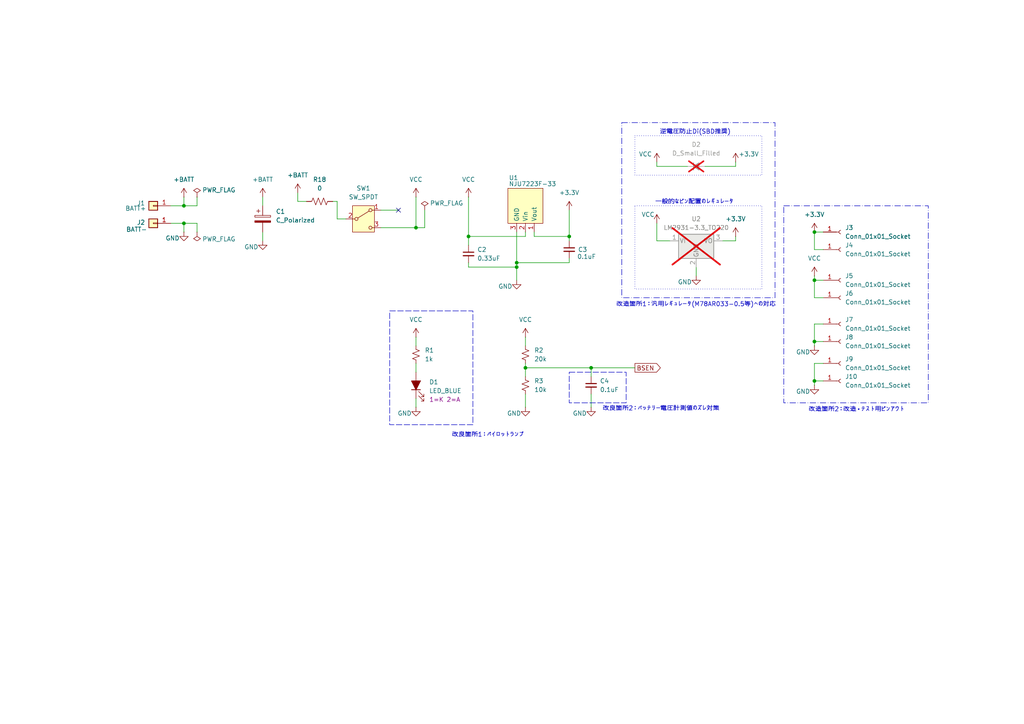
<source format=kicad_sch>
(kicad_sch
	(version 20250114)
	(generator "eeschema")
	(generator_version "9.0")
	(uuid "dfae8f5f-f8e5-4e09-bc56-8d9915c0ff95")
	(paper "A4")
	(lib_symbols
		(symbol "Connector:Conn_01x01_Socket"
			(pin_names
				(offset 1.016)
				(hide yes)
			)
			(exclude_from_sim no)
			(in_bom yes)
			(on_board yes)
			(property "Reference" "J"
				(at 0 2.54 0)
				(effects
					(font
						(size 1.27 1.27)
					)
				)
			)
			(property "Value" "Conn_01x01_Socket"
				(at 0 -2.54 0)
				(effects
					(font
						(size 1.27 1.27)
					)
				)
			)
			(property "Footprint" ""
				(at 0 0 0)
				(effects
					(font
						(size 1.27 1.27)
					)
					(hide yes)
				)
			)
			(property "Datasheet" "~"
				(at 0 0 0)
				(effects
					(font
						(size 1.27 1.27)
					)
					(hide yes)
				)
			)
			(property "Description" "Generic connector, single row, 01x01, script generated"
				(at 0 0 0)
				(effects
					(font
						(size 1.27 1.27)
					)
					(hide yes)
				)
			)
			(property "ki_locked" ""
				(at 0 0 0)
				(effects
					(font
						(size 1.27 1.27)
					)
				)
			)
			(property "ki_keywords" "connector"
				(at 0 0 0)
				(effects
					(font
						(size 1.27 1.27)
					)
					(hide yes)
				)
			)
			(property "ki_fp_filters" "Connector*:*_1x??_*"
				(at 0 0 0)
				(effects
					(font
						(size 1.27 1.27)
					)
					(hide yes)
				)
			)
			(symbol "Conn_01x01_Socket_1_1"
				(polyline
					(pts
						(xy -1.27 0) (xy -0.508 0)
					)
					(stroke
						(width 0.1524)
						(type default)
					)
					(fill
						(type none)
					)
				)
				(arc
					(start 0 -0.508)
					(mid -0.5058 0)
					(end 0 0.508)
					(stroke
						(width 0.1524)
						(type default)
					)
					(fill
						(type none)
					)
				)
				(pin passive line
					(at -5.08 0 0)
					(length 3.81)
					(name "Pin_1"
						(effects
							(font
								(size 1.27 1.27)
							)
						)
					)
					(number "1"
						(effects
							(font
								(size 1.27 1.27)
							)
						)
					)
				)
			)
			(embedded_fonts no)
		)
		(symbol "Connector_Generic:Conn_01x01"
			(pin_names
				(offset 1.016)
				(hide yes)
			)
			(exclude_from_sim no)
			(in_bom yes)
			(on_board yes)
			(property "Reference" "J"
				(at 0 2.54 0)
				(effects
					(font
						(size 1.27 1.27)
					)
				)
			)
			(property "Value" "Conn_01x01"
				(at 0 -2.54 0)
				(effects
					(font
						(size 1.27 1.27)
					)
				)
			)
			(property "Footprint" ""
				(at 0 0 0)
				(effects
					(font
						(size 1.27 1.27)
					)
					(hide yes)
				)
			)
			(property "Datasheet" "~"
				(at 0 0 0)
				(effects
					(font
						(size 1.27 1.27)
					)
					(hide yes)
				)
			)
			(property "Description" "Generic connector, single row, 01x01, script generated (kicad-library-utils/schlib/autogen/connector/)"
				(at 0 0 0)
				(effects
					(font
						(size 1.27 1.27)
					)
					(hide yes)
				)
			)
			(property "ki_keywords" "connector"
				(at 0 0 0)
				(effects
					(font
						(size 1.27 1.27)
					)
					(hide yes)
				)
			)
			(property "ki_fp_filters" "Connector*:*_1x??_*"
				(at 0 0 0)
				(effects
					(font
						(size 1.27 1.27)
					)
					(hide yes)
				)
			)
			(symbol "Conn_01x01_1_1"
				(rectangle
					(start -1.27 1.27)
					(end 1.27 -1.27)
					(stroke
						(width 0.254)
						(type default)
					)
					(fill
						(type background)
					)
				)
				(rectangle
					(start -1.27 0.127)
					(end 0 -0.127)
					(stroke
						(width 0.1524)
						(type default)
					)
					(fill
						(type none)
					)
				)
				(pin passive line
					(at -5.08 0 0)
					(length 3.81)
					(name "Pin_1"
						(effects
							(font
								(size 1.27 1.27)
							)
						)
					)
					(number "1"
						(effects
							(font
								(size 1.27 1.27)
							)
						)
					)
				)
			)
			(embedded_fonts no)
		)
		(symbol "Device:C_Polarized"
			(pin_numbers
				(hide yes)
			)
			(pin_names
				(offset 0.254)
			)
			(exclude_from_sim no)
			(in_bom yes)
			(on_board yes)
			(property "Reference" "C"
				(at 0.635 2.54 0)
				(effects
					(font
						(size 1.27 1.27)
					)
					(justify left)
				)
			)
			(property "Value" "C_Polarized"
				(at 0.635 -2.54 0)
				(effects
					(font
						(size 1.27 1.27)
					)
					(justify left)
				)
			)
			(property "Footprint" ""
				(at 0.9652 -3.81 0)
				(effects
					(font
						(size 1.27 1.27)
					)
					(hide yes)
				)
			)
			(property "Datasheet" "~"
				(at 0 0 0)
				(effects
					(font
						(size 1.27 1.27)
					)
					(hide yes)
				)
			)
			(property "Description" "Polarized capacitor"
				(at 0 0 0)
				(effects
					(font
						(size 1.27 1.27)
					)
					(hide yes)
				)
			)
			(property "ki_keywords" "cap capacitor"
				(at 0 0 0)
				(effects
					(font
						(size 1.27 1.27)
					)
					(hide yes)
				)
			)
			(property "ki_fp_filters" "CP_*"
				(at 0 0 0)
				(effects
					(font
						(size 1.27 1.27)
					)
					(hide yes)
				)
			)
			(symbol "C_Polarized_0_1"
				(rectangle
					(start -2.286 0.508)
					(end 2.286 1.016)
					(stroke
						(width 0)
						(type default)
					)
					(fill
						(type none)
					)
				)
				(polyline
					(pts
						(xy -1.778 2.286) (xy -0.762 2.286)
					)
					(stroke
						(width 0)
						(type default)
					)
					(fill
						(type none)
					)
				)
				(polyline
					(pts
						(xy -1.27 2.794) (xy -1.27 1.778)
					)
					(stroke
						(width 0)
						(type default)
					)
					(fill
						(type none)
					)
				)
				(rectangle
					(start 2.286 -0.508)
					(end -2.286 -1.016)
					(stroke
						(width 0)
						(type default)
					)
					(fill
						(type outline)
					)
				)
			)
			(symbol "C_Polarized_1_1"
				(pin passive line
					(at 0 3.81 270)
					(length 2.794)
					(name "~"
						(effects
							(font
								(size 1.27 1.27)
							)
						)
					)
					(number "1"
						(effects
							(font
								(size 1.27 1.27)
							)
						)
					)
				)
				(pin passive line
					(at 0 -3.81 90)
					(length 2.794)
					(name "~"
						(effects
							(font
								(size 1.27 1.27)
							)
						)
					)
					(number "2"
						(effects
							(font
								(size 1.27 1.27)
							)
						)
					)
				)
			)
			(embedded_fonts no)
		)
		(symbol "Device:C_Small"
			(pin_numbers
				(hide yes)
			)
			(pin_names
				(offset 0.254)
				(hide yes)
			)
			(exclude_from_sim no)
			(in_bom yes)
			(on_board yes)
			(property "Reference" "C"
				(at 0.254 1.778 0)
				(effects
					(font
						(size 1.27 1.27)
					)
					(justify left)
				)
			)
			(property "Value" "C_Small"
				(at 0.254 -2.032 0)
				(effects
					(font
						(size 1.27 1.27)
					)
					(justify left)
				)
			)
			(property "Footprint" ""
				(at 0 0 0)
				(effects
					(font
						(size 1.27 1.27)
					)
					(hide yes)
				)
			)
			(property "Datasheet" "~"
				(at 0 0 0)
				(effects
					(font
						(size 1.27 1.27)
					)
					(hide yes)
				)
			)
			(property "Description" "Unpolarized capacitor, small symbol"
				(at 0 0 0)
				(effects
					(font
						(size 1.27 1.27)
					)
					(hide yes)
				)
			)
			(property "ki_keywords" "capacitor cap"
				(at 0 0 0)
				(effects
					(font
						(size 1.27 1.27)
					)
					(hide yes)
				)
			)
			(property "ki_fp_filters" "C_*"
				(at 0 0 0)
				(effects
					(font
						(size 1.27 1.27)
					)
					(hide yes)
				)
			)
			(symbol "C_Small_0_1"
				(polyline
					(pts
						(xy -1.524 0.508) (xy 1.524 0.508)
					)
					(stroke
						(width 0.3048)
						(type default)
					)
					(fill
						(type none)
					)
				)
				(polyline
					(pts
						(xy -1.524 -0.508) (xy 1.524 -0.508)
					)
					(stroke
						(width 0.3302)
						(type default)
					)
					(fill
						(type none)
					)
				)
			)
			(symbol "C_Small_1_1"
				(pin passive line
					(at 0 2.54 270)
					(length 2.032)
					(name "~"
						(effects
							(font
								(size 1.27 1.27)
							)
						)
					)
					(number "1"
						(effects
							(font
								(size 1.27 1.27)
							)
						)
					)
				)
				(pin passive line
					(at 0 -2.54 90)
					(length 2.032)
					(name "~"
						(effects
							(font
								(size 1.27 1.27)
							)
						)
					)
					(number "2"
						(effects
							(font
								(size 1.27 1.27)
							)
						)
					)
				)
			)
			(embedded_fonts no)
		)
		(symbol "Device:D_Small_Filled"
			(pin_numbers
				(hide yes)
			)
			(pin_names
				(offset 0.254)
				(hide yes)
			)
			(exclude_from_sim no)
			(in_bom yes)
			(on_board yes)
			(property "Reference" "D"
				(at -1.27 2.032 0)
				(effects
					(font
						(size 1.27 1.27)
					)
					(justify left)
				)
			)
			(property "Value" "D_Small_Filled"
				(at -3.81 -2.032 0)
				(effects
					(font
						(size 1.27 1.27)
					)
					(justify left)
				)
			)
			(property "Footprint" ""
				(at 0 0 90)
				(effects
					(font
						(size 1.27 1.27)
					)
					(hide yes)
				)
			)
			(property "Datasheet" "~"
				(at 0 0 90)
				(effects
					(font
						(size 1.27 1.27)
					)
					(hide yes)
				)
			)
			(property "Description" "Diode, small symbol, filled shape"
				(at 0 0 0)
				(effects
					(font
						(size 1.27 1.27)
					)
					(hide yes)
				)
			)
			(property "Sim.Device" "D"
				(at 0 0 0)
				(effects
					(font
						(size 1.27 1.27)
					)
					(hide yes)
				)
			)
			(property "Sim.Pins" "1=K 2=A"
				(at 0 0 0)
				(effects
					(font
						(size 1.27 1.27)
					)
					(hide yes)
				)
			)
			(property "ki_keywords" "diode"
				(at 0 0 0)
				(effects
					(font
						(size 1.27 1.27)
					)
					(hide yes)
				)
			)
			(property "ki_fp_filters" "TO-???* *_Diode_* *SingleDiode* D_*"
				(at 0 0 0)
				(effects
					(font
						(size 1.27 1.27)
					)
					(hide yes)
				)
			)
			(symbol "D_Small_Filled_0_1"
				(polyline
					(pts
						(xy -0.762 0) (xy 0.762 0)
					)
					(stroke
						(width 0)
						(type default)
					)
					(fill
						(type none)
					)
				)
				(polyline
					(pts
						(xy -0.762 -1.016) (xy -0.762 1.016)
					)
					(stroke
						(width 0.254)
						(type default)
					)
					(fill
						(type none)
					)
				)
				(polyline
					(pts
						(xy 0.762 -1.016) (xy -0.762 0) (xy 0.762 1.016) (xy 0.762 -1.016)
					)
					(stroke
						(width 0.254)
						(type default)
					)
					(fill
						(type outline)
					)
				)
			)
			(symbol "D_Small_Filled_1_1"
				(pin passive line
					(at -2.54 0 0)
					(length 1.778)
					(name "K"
						(effects
							(font
								(size 1.27 1.27)
							)
						)
					)
					(number "1"
						(effects
							(font
								(size 1.27 1.27)
							)
						)
					)
				)
				(pin passive line
					(at 2.54 0 180)
					(length 1.778)
					(name "A"
						(effects
							(font
								(size 1.27 1.27)
							)
						)
					)
					(number "2"
						(effects
							(font
								(size 1.27 1.27)
							)
						)
					)
				)
			)
			(embedded_fonts no)
		)
		(symbol "Device:LED_Filled"
			(pin_numbers
				(hide yes)
			)
			(pin_names
				(offset 1.016)
				(hide yes)
			)
			(exclude_from_sim no)
			(in_bom yes)
			(on_board yes)
			(property "Reference" "D"
				(at 0 2.54 0)
				(effects
					(font
						(size 1.27 1.27)
					)
				)
			)
			(property "Value" "LED_Filled"
				(at 0 -2.54 0)
				(effects
					(font
						(size 1.27 1.27)
					)
				)
			)
			(property "Footprint" ""
				(at 0 0 0)
				(effects
					(font
						(size 1.27 1.27)
					)
					(hide yes)
				)
			)
			(property "Datasheet" "~"
				(at 0 0 0)
				(effects
					(font
						(size 1.27 1.27)
					)
					(hide yes)
				)
			)
			(property "Description" "Light emitting diode, filled shape"
				(at 0 0 0)
				(effects
					(font
						(size 1.27 1.27)
					)
					(hide yes)
				)
			)
			(property "Sim.Pins" "1=K 2=A"
				(at 0 0 0)
				(effects
					(font
						(size 1.27 1.27)
					)
				)
			)
			(property "ki_keywords" "LED diode"
				(at 0 0 0)
				(effects
					(font
						(size 1.27 1.27)
					)
					(hide yes)
				)
			)
			(property "ki_fp_filters" "LED* LED_SMD:* LED_THT:*"
				(at 0 0 0)
				(effects
					(font
						(size 1.27 1.27)
					)
					(hide yes)
				)
			)
			(symbol "LED_Filled_0_1"
				(polyline
					(pts
						(xy -3.048 -0.762) (xy -4.572 -2.286) (xy -3.81 -2.286) (xy -4.572 -2.286) (xy -4.572 -1.524)
					)
					(stroke
						(width 0)
						(type default)
					)
					(fill
						(type none)
					)
				)
				(polyline
					(pts
						(xy -1.778 -0.762) (xy -3.302 -2.286) (xy -2.54 -2.286) (xy -3.302 -2.286) (xy -3.302 -1.524)
					)
					(stroke
						(width 0)
						(type default)
					)
					(fill
						(type none)
					)
				)
				(polyline
					(pts
						(xy -1.27 0) (xy 1.27 0)
					)
					(stroke
						(width 0)
						(type default)
					)
					(fill
						(type none)
					)
				)
				(polyline
					(pts
						(xy -1.27 -1.27) (xy -1.27 1.27)
					)
					(stroke
						(width 0.254)
						(type default)
					)
					(fill
						(type none)
					)
				)
				(polyline
					(pts
						(xy 1.27 -1.27) (xy 1.27 1.27) (xy -1.27 0) (xy 1.27 -1.27)
					)
					(stroke
						(width 0.254)
						(type default)
					)
					(fill
						(type outline)
					)
				)
			)
			(symbol "LED_Filled_1_1"
				(pin passive line
					(at -3.81 0 0)
					(length 2.54)
					(name "K"
						(effects
							(font
								(size 1.27 1.27)
							)
						)
					)
					(number "1"
						(effects
							(font
								(size 1.27 1.27)
							)
						)
					)
				)
				(pin passive line
					(at 3.81 0 180)
					(length 2.54)
					(name "A"
						(effects
							(font
								(size 1.27 1.27)
							)
						)
					)
					(number "2"
						(effects
							(font
								(size 1.27 1.27)
							)
						)
					)
				)
			)
			(embedded_fonts no)
		)
		(symbol "Device:R_Small_US"
			(pin_numbers
				(hide yes)
			)
			(pin_names
				(offset 0.254)
				(hide yes)
			)
			(exclude_from_sim no)
			(in_bom yes)
			(on_board yes)
			(property "Reference" "R"
				(at 0.762 0.508 0)
				(effects
					(font
						(size 1.27 1.27)
					)
					(justify left)
				)
			)
			(property "Value" "R_Small_US"
				(at 0.762 -1.016 0)
				(effects
					(font
						(size 1.27 1.27)
					)
					(justify left)
				)
			)
			(property "Footprint" ""
				(at 0 0 0)
				(effects
					(font
						(size 1.27 1.27)
					)
					(hide yes)
				)
			)
			(property "Datasheet" "~"
				(at 0 0 0)
				(effects
					(font
						(size 1.27 1.27)
					)
					(hide yes)
				)
			)
			(property "Description" "Resistor, small US symbol"
				(at 0 0 0)
				(effects
					(font
						(size 1.27 1.27)
					)
					(hide yes)
				)
			)
			(property "ki_keywords" "r resistor"
				(at 0 0 0)
				(effects
					(font
						(size 1.27 1.27)
					)
					(hide yes)
				)
			)
			(property "ki_fp_filters" "R_*"
				(at 0 0 0)
				(effects
					(font
						(size 1.27 1.27)
					)
					(hide yes)
				)
			)
			(symbol "R_Small_US_1_1"
				(polyline
					(pts
						(xy 0 1.524) (xy 1.016 1.143) (xy 0 0.762) (xy -1.016 0.381) (xy 0 0)
					)
					(stroke
						(width 0)
						(type default)
					)
					(fill
						(type none)
					)
				)
				(polyline
					(pts
						(xy 0 0) (xy 1.016 -0.381) (xy 0 -0.762) (xy -1.016 -1.143) (xy 0 -1.524)
					)
					(stroke
						(width 0)
						(type default)
					)
					(fill
						(type none)
					)
				)
				(pin passive line
					(at 0 2.54 270)
					(length 1.016)
					(name "~"
						(effects
							(font
								(size 1.27 1.27)
							)
						)
					)
					(number "1"
						(effects
							(font
								(size 1.27 1.27)
							)
						)
					)
				)
				(pin passive line
					(at 0 -2.54 90)
					(length 1.016)
					(name "~"
						(effects
							(font
								(size 1.27 1.27)
							)
						)
					)
					(number "2"
						(effects
							(font
								(size 1.27 1.27)
							)
						)
					)
				)
			)
			(embedded_fonts no)
		)
		(symbol "Device:R_US"
			(pin_numbers
				(hide yes)
			)
			(pin_names
				(offset 0)
			)
			(exclude_from_sim no)
			(in_bom yes)
			(on_board yes)
			(property "Reference" "R"
				(at 2.54 0 90)
				(effects
					(font
						(size 1.27 1.27)
					)
				)
			)
			(property "Value" "R_US"
				(at -2.54 0 90)
				(effects
					(font
						(size 1.27 1.27)
					)
				)
			)
			(property "Footprint" ""
				(at 1.016 -0.254 90)
				(effects
					(font
						(size 1.27 1.27)
					)
					(hide yes)
				)
			)
			(property "Datasheet" "~"
				(at 0 0 0)
				(effects
					(font
						(size 1.27 1.27)
					)
					(hide yes)
				)
			)
			(property "Description" "Resistor, US symbol"
				(at 0 0 0)
				(effects
					(font
						(size 1.27 1.27)
					)
					(hide yes)
				)
			)
			(property "ki_keywords" "R res resistor"
				(at 0 0 0)
				(effects
					(font
						(size 1.27 1.27)
					)
					(hide yes)
				)
			)
			(property "ki_fp_filters" "R_*"
				(at 0 0 0)
				(effects
					(font
						(size 1.27 1.27)
					)
					(hide yes)
				)
			)
			(symbol "R_US_0_1"
				(polyline
					(pts
						(xy 0 2.286) (xy 0 2.54)
					)
					(stroke
						(width 0)
						(type default)
					)
					(fill
						(type none)
					)
				)
				(polyline
					(pts
						(xy 0 2.286) (xy 1.016 1.905) (xy 0 1.524) (xy -1.016 1.143) (xy 0 0.762)
					)
					(stroke
						(width 0)
						(type default)
					)
					(fill
						(type none)
					)
				)
				(polyline
					(pts
						(xy 0 0.762) (xy 1.016 0.381) (xy 0 0) (xy -1.016 -0.381) (xy 0 -0.762)
					)
					(stroke
						(width 0)
						(type default)
					)
					(fill
						(type none)
					)
				)
				(polyline
					(pts
						(xy 0 -0.762) (xy 1.016 -1.143) (xy 0 -1.524) (xy -1.016 -1.905) (xy 0 -2.286)
					)
					(stroke
						(width 0)
						(type default)
					)
					(fill
						(type none)
					)
				)
				(polyline
					(pts
						(xy 0 -2.286) (xy 0 -2.54)
					)
					(stroke
						(width 0)
						(type default)
					)
					(fill
						(type none)
					)
				)
			)
			(symbol "R_US_1_1"
				(pin passive line
					(at 0 3.81 270)
					(length 1.27)
					(name "~"
						(effects
							(font
								(size 1.27 1.27)
							)
						)
					)
					(number "1"
						(effects
							(font
								(size 1.27 1.27)
							)
						)
					)
				)
				(pin passive line
					(at 0 -3.81 90)
					(length 1.27)
					(name "~"
						(effects
							(font
								(size 1.27 1.27)
							)
						)
					)
					(number "2"
						(effects
							(font
								(size 1.27 1.27)
							)
						)
					)
				)
			)
			(embedded_fonts no)
		)
		(symbol "Regulator_Linear:LM2931-3.3_TO220"
			(pin_names
				(offset 0.254)
			)
			(exclude_from_sim no)
			(in_bom yes)
			(on_board yes)
			(property "Reference" "U"
				(at -3.81 3.175 0)
				(effects
					(font
						(size 1.27 1.27)
					)
				)
			)
			(property "Value" "LM2931-3.3_TO220"
				(at 0 3.175 0)
				(effects
					(font
						(size 1.27 1.27)
					)
					(justify left)
				)
			)
			(property "Footprint" "Package_TO_SOT_THT:TO-220-3_Vertical"
				(at 0 5.715 0)
				(effects
					(font
						(size 1.27 1.27)
						(italic yes)
					)
					(hide yes)
				)
			)
			(property "Datasheet" "https://www.ti.com/lit/ds/symlink/lm2931-n.pdf"
				(at 0 -1.27 0)
				(effects
					(font
						(size 1.27 1.27)
					)
					(hide yes)
				)
			)
			(property "Description" "Positive 100 mA 60V Linear Low Dropout Regulator, Fixed Output 3.3V, TO-220"
				(at 0 0 0)
				(effects
					(font
						(size 1.27 1.27)
					)
					(hide yes)
				)
			)
			(property "ki_keywords" "Low Dropout Voltage Regulator 100mA Positive"
				(at 0 0 0)
				(effects
					(font
						(size 1.27 1.27)
					)
					(hide yes)
				)
			)
			(property "ki_fp_filters" "TO?220*"
				(at 0 0 0)
				(effects
					(font
						(size 1.27 1.27)
					)
					(hide yes)
				)
			)
			(symbol "LM2931-3.3_TO220_0_1"
				(rectangle
					(start -5.08 1.905)
					(end 5.08 -5.08)
					(stroke
						(width 0.254)
						(type default)
					)
					(fill
						(type background)
					)
				)
			)
			(symbol "LM2931-3.3_TO220_1_1"
				(pin power_in line
					(at -7.62 0 0)
					(length 2.54)
					(name "VI"
						(effects
							(font
								(size 1.27 1.27)
							)
						)
					)
					(number "1"
						(effects
							(font
								(size 1.27 1.27)
							)
						)
					)
				)
				(pin power_in line
					(at 0 -7.62 90)
					(length 2.54)
					(name "GND"
						(effects
							(font
								(size 1.27 1.27)
							)
						)
					)
					(number "2"
						(effects
							(font
								(size 1.27 1.27)
							)
						)
					)
				)
				(pin power_out line
					(at 7.62 0 180)
					(length 2.54)
					(name "VO"
						(effects
							(font
								(size 1.27 1.27)
							)
						)
					)
					(number "3"
						(effects
							(font
								(size 1.27 1.27)
							)
						)
					)
				)
			)
			(embedded_fonts no)
		)
		(symbol "Switch:SW_SPDT"
			(pin_names
				(offset 0)
				(hide yes)
			)
			(exclude_from_sim no)
			(in_bom yes)
			(on_board yes)
			(property "Reference" "SW"
				(at 0 5.08 0)
				(effects
					(font
						(size 1.27 1.27)
					)
				)
			)
			(property "Value" "SW_SPDT"
				(at 0 -5.08 0)
				(effects
					(font
						(size 1.27 1.27)
					)
				)
			)
			(property "Footprint" ""
				(at 0 0 0)
				(effects
					(font
						(size 1.27 1.27)
					)
					(hide yes)
				)
			)
			(property "Datasheet" "~"
				(at 0 -7.62 0)
				(effects
					(font
						(size 1.27 1.27)
					)
					(hide yes)
				)
			)
			(property "Description" "Switch, single pole double throw"
				(at 0 0 0)
				(effects
					(font
						(size 1.27 1.27)
					)
					(hide yes)
				)
			)
			(property "ki_keywords" "switch single-pole double-throw spdt ON-ON"
				(at 0 0 0)
				(effects
					(font
						(size 1.27 1.27)
					)
					(hide yes)
				)
			)
			(symbol "SW_SPDT_0_1"
				(circle
					(center -2.032 0)
					(radius 0.4572)
					(stroke
						(width 0)
						(type default)
					)
					(fill
						(type none)
					)
				)
				(polyline
					(pts
						(xy -1.651 0.254) (xy 1.651 2.286)
					)
					(stroke
						(width 0)
						(type default)
					)
					(fill
						(type none)
					)
				)
				(circle
					(center 2.032 2.54)
					(radius 0.4572)
					(stroke
						(width 0)
						(type default)
					)
					(fill
						(type none)
					)
				)
				(circle
					(center 2.032 -2.54)
					(radius 0.4572)
					(stroke
						(width 0)
						(type default)
					)
					(fill
						(type none)
					)
				)
			)
			(symbol "SW_SPDT_1_1"
				(rectangle
					(start -3.175 3.81)
					(end 3.175 -3.81)
					(stroke
						(width 0)
						(type default)
					)
					(fill
						(type background)
					)
				)
				(pin passive line
					(at -5.08 0 0)
					(length 2.54)
					(name "B"
						(effects
							(font
								(size 1.27 1.27)
							)
						)
					)
					(number "2"
						(effects
							(font
								(size 1.27 1.27)
							)
						)
					)
				)
				(pin passive line
					(at 5.08 2.54 180)
					(length 2.54)
					(name "A"
						(effects
							(font
								(size 1.27 1.27)
							)
						)
					)
					(number "1"
						(effects
							(font
								(size 1.27 1.27)
							)
						)
					)
				)
				(pin passive line
					(at 5.08 -2.54 180)
					(length 2.54)
					(name "C"
						(effects
							(font
								(size 1.27 1.27)
							)
						)
					)
					(number "3"
						(effects
							(font
								(size 1.27 1.27)
							)
						)
					)
				)
			)
			(embedded_fonts no)
		)
		(symbol "TrainingTracerSymbol:NJU7223F-33"
			(exclude_from_sim no)
			(in_bom yes)
			(on_board yes)
			(property "Reference" "U"
				(at -5.588 8.89 0)
				(effects
					(font
						(size 1.27 1.27)
					)
				)
			)
			(property "Value" "NJU7223F-33"
				(at 0.508 6.35 0)
				(effects
					(font
						(size 1.27 1.27)
					)
				)
			)
			(property "Footprint" ""
				(at 0 0 0)
				(effects
					(font
						(size 1.27 1.27)
					)
					(hide yes)
				)
			)
			(property "Datasheet" ""
				(at 0 0 0)
				(effects
					(font
						(size 1.27 1.27)
					)
					(hide yes)
				)
			)
			(property "Description" ""
				(at 0 0 0)
				(effects
					(font
						(size 1.27 1.27)
					)
					(hide yes)
				)
			)
			(symbol "NJU7223F-33_1_1"
				(rectangle
					(start -5.08 5.08)
					(end 5.08 -5.08)
					(stroke
						(width 0)
						(type solid)
					)
					(fill
						(type background)
					)
				)
				(pin power_in line
					(at -2.54 -7.62 90)
					(length 2.54)
					(name "GND"
						(effects
							(font
								(size 1.27 1.27)
							)
						)
					)
					(number "3"
						(effects
							(font
								(size 1.27 1.27)
							)
						)
					)
				)
				(pin power_in line
					(at 0 -7.62 90)
					(length 2.54)
					(name "Vin"
						(effects
							(font
								(size 1.27 1.27)
							)
						)
					)
					(number "2"
						(effects
							(font
								(size 1.27 1.27)
							)
						)
					)
				)
				(pin power_out line
					(at 2.54 -7.62 90)
					(length 2.54)
					(name "Vout"
						(effects
							(font
								(size 1.27 1.27)
							)
						)
					)
					(number "1"
						(effects
							(font
								(size 1.27 1.27)
							)
						)
					)
				)
			)
			(embedded_fonts no)
		)
		(symbol "power:+3.3V"
			(power)
			(pin_numbers
				(hide yes)
			)
			(pin_names
				(offset 0)
				(hide yes)
			)
			(exclude_from_sim no)
			(in_bom yes)
			(on_board yes)
			(property "Reference" "#PWR"
				(at 0 -3.81 0)
				(effects
					(font
						(size 1.27 1.27)
					)
					(hide yes)
				)
			)
			(property "Value" "+3.3V"
				(at 0 3.556 0)
				(effects
					(font
						(size 1.27 1.27)
					)
				)
			)
			(property "Footprint" ""
				(at 0 0 0)
				(effects
					(font
						(size 1.27 1.27)
					)
					(hide yes)
				)
			)
			(property "Datasheet" ""
				(at 0 0 0)
				(effects
					(font
						(size 1.27 1.27)
					)
					(hide yes)
				)
			)
			(property "Description" "Power symbol creates a global label with name \"+3.3V\""
				(at 0 0 0)
				(effects
					(font
						(size 1.27 1.27)
					)
					(hide yes)
				)
			)
			(property "ki_keywords" "global power"
				(at 0 0 0)
				(effects
					(font
						(size 1.27 1.27)
					)
					(hide yes)
				)
			)
			(symbol "+3.3V_0_1"
				(polyline
					(pts
						(xy -0.762 1.27) (xy 0 2.54)
					)
					(stroke
						(width 0)
						(type default)
					)
					(fill
						(type none)
					)
				)
				(polyline
					(pts
						(xy 0 2.54) (xy 0.762 1.27)
					)
					(stroke
						(width 0)
						(type default)
					)
					(fill
						(type none)
					)
				)
				(polyline
					(pts
						(xy 0 0) (xy 0 2.54)
					)
					(stroke
						(width 0)
						(type default)
					)
					(fill
						(type none)
					)
				)
			)
			(symbol "+3.3V_1_1"
				(pin power_in line
					(at 0 0 90)
					(length 0)
					(name "~"
						(effects
							(font
								(size 1.27 1.27)
							)
						)
					)
					(number "1"
						(effects
							(font
								(size 1.27 1.27)
							)
						)
					)
				)
			)
			(embedded_fonts no)
		)
		(symbol "power:+BATT"
			(power)
			(pin_numbers
				(hide yes)
			)
			(pin_names
				(offset 0)
				(hide yes)
			)
			(exclude_from_sim no)
			(in_bom yes)
			(on_board yes)
			(property "Reference" "#PWR"
				(at 0 -3.81 0)
				(effects
					(font
						(size 1.27 1.27)
					)
					(hide yes)
				)
			)
			(property "Value" "+BATT"
				(at 0 3.556 0)
				(effects
					(font
						(size 1.27 1.27)
					)
				)
			)
			(property "Footprint" ""
				(at 0 0 0)
				(effects
					(font
						(size 1.27 1.27)
					)
					(hide yes)
				)
			)
			(property "Datasheet" ""
				(at 0 0 0)
				(effects
					(font
						(size 1.27 1.27)
					)
					(hide yes)
				)
			)
			(property "Description" "Power symbol creates a global label with name \"+BATT\""
				(at 0 0 0)
				(effects
					(font
						(size 1.27 1.27)
					)
					(hide yes)
				)
			)
			(property "ki_keywords" "global power battery"
				(at 0 0 0)
				(effects
					(font
						(size 1.27 1.27)
					)
					(hide yes)
				)
			)
			(symbol "+BATT_0_1"
				(polyline
					(pts
						(xy -0.762 1.27) (xy 0 2.54)
					)
					(stroke
						(width 0)
						(type default)
					)
					(fill
						(type none)
					)
				)
				(polyline
					(pts
						(xy 0 2.54) (xy 0.762 1.27)
					)
					(stroke
						(width 0)
						(type default)
					)
					(fill
						(type none)
					)
				)
				(polyline
					(pts
						(xy 0 0) (xy 0 2.54)
					)
					(stroke
						(width 0)
						(type default)
					)
					(fill
						(type none)
					)
				)
			)
			(symbol "+BATT_1_1"
				(pin power_in line
					(at 0 0 90)
					(length 0)
					(name "~"
						(effects
							(font
								(size 1.27 1.27)
							)
						)
					)
					(number "1"
						(effects
							(font
								(size 1.27 1.27)
							)
						)
					)
				)
			)
			(embedded_fonts no)
		)
		(symbol "power:GND"
			(power)
			(pin_numbers
				(hide yes)
			)
			(pin_names
				(offset 0)
				(hide yes)
			)
			(exclude_from_sim no)
			(in_bom yes)
			(on_board yes)
			(property "Reference" "#PWR"
				(at 0 -6.35 0)
				(effects
					(font
						(size 1.27 1.27)
					)
					(hide yes)
				)
			)
			(property "Value" "GND"
				(at 0 -3.81 0)
				(effects
					(font
						(size 1.27 1.27)
					)
				)
			)
			(property "Footprint" ""
				(at 0 0 0)
				(effects
					(font
						(size 1.27 1.27)
					)
					(hide yes)
				)
			)
			(property "Datasheet" ""
				(at 0 0 0)
				(effects
					(font
						(size 1.27 1.27)
					)
					(hide yes)
				)
			)
			(property "Description" "Power symbol creates a global label with name \"GND\" , ground"
				(at 0 0 0)
				(effects
					(font
						(size 1.27 1.27)
					)
					(hide yes)
				)
			)
			(property "ki_keywords" "global power"
				(at 0 0 0)
				(effects
					(font
						(size 1.27 1.27)
					)
					(hide yes)
				)
			)
			(symbol "GND_0_1"
				(polyline
					(pts
						(xy 0 0) (xy 0 -1.27) (xy 1.27 -1.27) (xy 0 -2.54) (xy -1.27 -1.27) (xy 0 -1.27)
					)
					(stroke
						(width 0)
						(type default)
					)
					(fill
						(type none)
					)
				)
			)
			(symbol "GND_1_1"
				(pin power_in line
					(at 0 0 270)
					(length 0)
					(name "~"
						(effects
							(font
								(size 1.27 1.27)
							)
						)
					)
					(number "1"
						(effects
							(font
								(size 1.27 1.27)
							)
						)
					)
				)
			)
			(embedded_fonts no)
		)
		(symbol "power:PWR_FLAG"
			(power)
			(pin_numbers
				(hide yes)
			)
			(pin_names
				(offset 0)
				(hide yes)
			)
			(exclude_from_sim no)
			(in_bom yes)
			(on_board yes)
			(property "Reference" "#FLG"
				(at 0 1.905 0)
				(effects
					(font
						(size 1.27 1.27)
					)
					(hide yes)
				)
			)
			(property "Value" "PWR_FLAG"
				(at 0 3.81 0)
				(effects
					(font
						(size 1.27 1.27)
					)
				)
			)
			(property "Footprint" ""
				(at 0 0 0)
				(effects
					(font
						(size 1.27 1.27)
					)
					(hide yes)
				)
			)
			(property "Datasheet" "~"
				(at 0 0 0)
				(effects
					(font
						(size 1.27 1.27)
					)
					(hide yes)
				)
			)
			(property "Description" "Special symbol for telling ERC where power comes from"
				(at 0 0 0)
				(effects
					(font
						(size 1.27 1.27)
					)
					(hide yes)
				)
			)
			(property "ki_keywords" "flag power"
				(at 0 0 0)
				(effects
					(font
						(size 1.27 1.27)
					)
					(hide yes)
				)
			)
			(symbol "PWR_FLAG_0_0"
				(pin power_out line
					(at 0 0 90)
					(length 0)
					(name "~"
						(effects
							(font
								(size 1.27 1.27)
							)
						)
					)
					(number "1"
						(effects
							(font
								(size 1.27 1.27)
							)
						)
					)
				)
			)
			(symbol "PWR_FLAG_0_1"
				(polyline
					(pts
						(xy 0 0) (xy 0 1.27) (xy -1.016 1.905) (xy 0 2.54) (xy 1.016 1.905) (xy 0 1.27)
					)
					(stroke
						(width 0)
						(type default)
					)
					(fill
						(type none)
					)
				)
			)
			(embedded_fonts no)
		)
		(symbol "power:VCC"
			(power)
			(pin_numbers
				(hide yes)
			)
			(pin_names
				(offset 0)
				(hide yes)
			)
			(exclude_from_sim no)
			(in_bom yes)
			(on_board yes)
			(property "Reference" "#PWR"
				(at 0 -3.81 0)
				(effects
					(font
						(size 1.27 1.27)
					)
					(hide yes)
				)
			)
			(property "Value" "VCC"
				(at 0 3.556 0)
				(effects
					(font
						(size 1.27 1.27)
					)
				)
			)
			(property "Footprint" ""
				(at 0 0 0)
				(effects
					(font
						(size 1.27 1.27)
					)
					(hide yes)
				)
			)
			(property "Datasheet" ""
				(at 0 0 0)
				(effects
					(font
						(size 1.27 1.27)
					)
					(hide yes)
				)
			)
			(property "Description" "Power symbol creates a global label with name \"VCC\""
				(at 0 0 0)
				(effects
					(font
						(size 1.27 1.27)
					)
					(hide yes)
				)
			)
			(property "ki_keywords" "global power"
				(at 0 0 0)
				(effects
					(font
						(size 1.27 1.27)
					)
					(hide yes)
				)
			)
			(symbol "VCC_0_1"
				(polyline
					(pts
						(xy -0.762 1.27) (xy 0 2.54)
					)
					(stroke
						(width 0)
						(type default)
					)
					(fill
						(type none)
					)
				)
				(polyline
					(pts
						(xy 0 2.54) (xy 0.762 1.27)
					)
					(stroke
						(width 0)
						(type default)
					)
					(fill
						(type none)
					)
				)
				(polyline
					(pts
						(xy 0 0) (xy 0 2.54)
					)
					(stroke
						(width 0)
						(type default)
					)
					(fill
						(type none)
					)
				)
			)
			(symbol "VCC_1_1"
				(pin power_in line
					(at 0 0 90)
					(length 0)
					(name "~"
						(effects
							(font
								(size 1.27 1.27)
							)
						)
					)
					(number "1"
						(effects
							(font
								(size 1.27 1.27)
							)
						)
					)
				)
			)
			(embedded_fonts no)
		)
	)
	(rectangle
		(start 113.03 90.17)
		(end 137.16 123.19)
		(stroke
			(width 0)
			(type dash)
		)
		(fill
			(type none)
		)
		(uuid 6014dee4-b60f-4245-8c54-73f395f62e01)
	)
	(rectangle
		(start 184.15 59.69)
		(end 220.98 83.82)
		(stroke
			(width 0)
			(type dot)
		)
		(fill
			(type none)
		)
		(uuid 6cb32488-1273-4af2-9a92-1065271c86f8)
	)
	(rectangle
		(start 165.1 107.95)
		(end 181.61 116.84)
		(stroke
			(width 0)
			(type dash)
		)
		(fill
			(type none)
		)
		(uuid 833e7655-bbd3-4fd2-9842-65ecc5868ee9)
	)
	(rectangle
		(start 227.33 59.69)
		(end 269.24 116.84)
		(stroke
			(width 0)
			(type dash_dot)
		)
		(fill
			(type none)
		)
		(uuid aa10689c-0cfa-4b96-be9d-1eac43400889)
	)
	(rectangle
		(start 184.15 39.37)
		(end 220.98 50.8)
		(stroke
			(width 0)
			(type dot)
		)
		(fill
			(type none)
		)
		(uuid ac92c303-c678-4993-a630-e2b9878053bb)
	)
	(rectangle
		(start 180.34 35.56)
		(end 224.79 86.36)
		(stroke
			(width 0)
			(type dash_dot)
		)
		(fill
			(type none)
		)
		(uuid c78ebdf1-599d-43b8-9720-d307a1acbc0d)
	)
	(text "改造箇所1：汎用レギュレータ(M78AR033-0.5等)への対応"
		(exclude_from_sim no)
		(at 201.93 88.392 0)
		(effects
			(font
				(size 1.27 1.27)
			)
		)
		(uuid "79c361cf-25ea-44ad-876d-97926c6d640e")
	)
	(text "逆電圧防止Di(SBD推奨)\n"
		(exclude_from_sim no)
		(at 201.676 38.354 0)
		(effects
			(font
				(size 1.27 1.27)
			)
		)
		(uuid "9a4bf7e3-bce4-457f-945b-a2913880a4f5")
	)
	(text "改良箇所1：パイロットランプ"
		(exclude_from_sim no)
		(at 141.478 126.238 0)
		(effects
			(font
				(size 1.27 1.27)
			)
		)
		(uuid "bc596a76-d92a-4047-aac6-7c1ec9cb824a")
	)
	(text "改造箇所2：改造・テスト用ピンアウト"
		(exclude_from_sim no)
		(at 248.412 118.872 0)
		(effects
			(font
				(size 1.27 1.27)
			)
		)
		(uuid "c8d31022-d826-4b5f-841b-d9d3b2915a4e")
	)
	(text "改良箇所2：バッテリー電圧計測値のズレ対策"
		(exclude_from_sim no)
		(at 191.77 118.618 0)
		(effects
			(font
				(size 1.27 1.27)
			)
		)
		(uuid "d7e82250-588f-482b-82cf-b039146cd9f1")
	)
	(text "一般的なピン配置のレギュレータ"
		(exclude_from_sim no)
		(at 201.422 58.674 0)
		(effects
			(font
				(size 1.27 1.27)
			)
		)
		(uuid "f91ba484-6f6a-4620-9491-20ac87929418")
	)
	(junction
		(at 236.22 110.49)
		(diameter 0)
		(color 0 0 0 0)
		(uuid "0a4b82eb-8f40-441f-b8d2-40f507848c44")
	)
	(junction
		(at 165.1 68.58)
		(diameter 0)
		(color 0 0 0 0)
		(uuid "23527f54-829f-461f-8dd7-1fe9c87614ca")
	)
	(junction
		(at 236.22 99.06)
		(diameter 0)
		(color 0 0 0 0)
		(uuid "2ab1d3d0-dc8e-4212-8699-f8c969b05db8")
	)
	(junction
		(at 171.45 106.68)
		(diameter 0)
		(color 0 0 0 0)
		(uuid "2bc48d6a-58e8-4131-9fa2-0d11953513ea")
	)
	(junction
		(at 149.86 76.2)
		(diameter 0)
		(color 0 0 0 0)
		(uuid "7e5c76c5-15c0-4a5f-9000-a4ab286aa48e")
	)
	(junction
		(at 135.89 68.58)
		(diameter 0)
		(color 0 0 0 0)
		(uuid "81f44487-c0ab-48e5-b5f4-bd657e3d48de")
	)
	(junction
		(at 152.4 106.68)
		(diameter 0)
		(color 0 0 0 0)
		(uuid "889eed7b-ec57-4a92-b626-36b279f864bf")
	)
	(junction
		(at 53.34 64.77)
		(diameter 0)
		(color 0 0 0 0)
		(uuid "a0d0fa3e-13f8-43bb-9f37-8a0bdcf8c0c2")
	)
	(junction
		(at 149.86 77.47)
		(diameter 0)
		(color 0 0 0 0)
		(uuid "b2d41442-1811-4d93-a518-e841999d44e8")
	)
	(junction
		(at 120.65 66.04)
		(diameter 0)
		(color 0 0 0 0)
		(uuid "cd6d6046-6b07-44dd-9bbf-3c8ae20184f6")
	)
	(junction
		(at 236.22 81.28)
		(diameter 0)
		(color 0 0 0 0)
		(uuid "dcf7ec69-3712-4500-b1fe-77c0fde04294")
	)
	(junction
		(at 53.34 59.69)
		(diameter 0)
		(color 0 0 0 0)
		(uuid "dde73830-faf9-48b4-b3df-476f14d3a0fa")
	)
	(junction
		(at 236.22 67.31)
		(diameter 0)
		(color 0 0 0 0)
		(uuid "fa71e043-5d7a-4a63-a83b-557719865bd8")
	)
	(no_connect
		(at 115.57 60.96)
		(uuid "751a2799-9790-4949-8479-7a3a5510c7e6")
	)
	(wire
		(pts
			(xy 190.5 64.77) (xy 190.5 69.85)
		)
		(stroke
			(width 0)
			(type default)
		)
		(uuid "02bded69-7017-48cf-bbd2-61baa3d00382")
	)
	(wire
		(pts
			(xy 120.65 115.57) (xy 120.65 118.11)
		)
		(stroke
			(width 0)
			(type default)
		)
		(uuid "07cbdd7b-3fa3-4afe-a901-751caee885e0")
	)
	(wire
		(pts
			(xy 236.22 72.39) (xy 236.22 67.31)
		)
		(stroke
			(width 0)
			(type default)
		)
		(uuid "0855f2fc-10c0-498f-a2f0-b3634003bb50")
	)
	(wire
		(pts
			(xy 152.4 67.31) (xy 152.4 68.58)
		)
		(stroke
			(width 0)
			(type default)
		)
		(uuid "125a130e-7d0e-4e3a-b30a-3d357a2d8548")
	)
	(wire
		(pts
			(xy 120.65 57.15) (xy 120.65 66.04)
		)
		(stroke
			(width 0)
			(type default)
		)
		(uuid "16f45ebc-9cb9-46dc-88ae-5dfd71c2679a")
	)
	(wire
		(pts
			(xy 236.22 81.28) (xy 238.76 81.28)
		)
		(stroke
			(width 0)
			(type default)
		)
		(uuid "2036e339-5201-41a6-94f0-4bc026af0033")
	)
	(wire
		(pts
			(xy 236.22 111.76) (xy 236.22 110.49)
		)
		(stroke
			(width 0)
			(type default)
		)
		(uuid "22515d8f-6b83-4aa1-8264-a92e1d427392")
	)
	(wire
		(pts
			(xy 135.89 68.58) (xy 135.89 71.12)
		)
		(stroke
			(width 0)
			(type default)
		)
		(uuid "22b7bc6d-394b-4d03-bc2e-d00b62633946")
	)
	(wire
		(pts
			(xy 190.5 46.99) (xy 190.5 48.26)
		)
		(stroke
			(width 0)
			(type default)
		)
		(uuid "2591a947-4ac5-41b3-9302-6bc9d9a174ab")
	)
	(wire
		(pts
			(xy 110.49 60.96) (xy 115.57 60.96)
		)
		(stroke
			(width 0)
			(type default)
		)
		(uuid "2762765a-6d4f-41c5-9d20-3cf5691c812a")
	)
	(wire
		(pts
			(xy 53.34 59.69) (xy 57.15 59.69)
		)
		(stroke
			(width 0)
			(type default)
		)
		(uuid "27f8c5bd-3915-46e5-8ae2-2928df6aa9cb")
	)
	(wire
		(pts
			(xy 209.55 69.85) (xy 213.36 69.85)
		)
		(stroke
			(width 0)
			(type default)
		)
		(uuid "2d0c38b2-3f56-4c7c-b20f-ae9880d3d297")
	)
	(wire
		(pts
			(xy 120.65 97.79) (xy 120.65 100.33)
		)
		(stroke
			(width 0)
			(type default)
		)
		(uuid "2e5d5b99-bf4c-4f70-9960-31d71ef4662a")
	)
	(wire
		(pts
			(xy 149.86 77.47) (xy 149.86 81.28)
		)
		(stroke
			(width 0)
			(type default)
		)
		(uuid "371df9db-7111-4cb2-8fcc-339d8fbda5bc")
	)
	(wire
		(pts
			(xy 236.22 93.98) (xy 238.76 93.98)
		)
		(stroke
			(width 0)
			(type default)
		)
		(uuid "41b0de95-268d-4418-b93e-c739134e5759")
	)
	(wire
		(pts
			(xy 171.45 106.68) (xy 171.45 109.22)
		)
		(stroke
			(width 0)
			(type default)
		)
		(uuid "4232dd54-69dc-429d-800c-ad16d25e5be4")
	)
	(wire
		(pts
			(xy 238.76 72.39) (xy 236.22 72.39)
		)
		(stroke
			(width 0)
			(type default)
		)
		(uuid "448c21bf-ca5a-4c0b-a575-d7d36f477dae")
	)
	(wire
		(pts
			(xy 236.22 110.49) (xy 236.22 105.41)
		)
		(stroke
			(width 0)
			(type default)
		)
		(uuid "459681af-45e9-475d-98ae-418ed41cdc1d")
	)
	(wire
		(pts
			(xy 236.22 67.31) (xy 238.76 67.31)
		)
		(stroke
			(width 0)
			(type default)
		)
		(uuid "4b6840ee-6ea7-4cf1-9fbc-5efdee421056")
	)
	(wire
		(pts
			(xy 171.45 106.68) (xy 184.15 106.68)
		)
		(stroke
			(width 0)
			(type default)
		)
		(uuid "4c4ef41d-3270-4b51-a82c-68beba9d739a")
	)
	(wire
		(pts
			(xy 86.36 55.88) (xy 86.36 58.42)
		)
		(stroke
			(width 0)
			(type default)
		)
		(uuid "4e302691-2ffa-4f50-b79a-7b2d9a9a0862")
	)
	(wire
		(pts
			(xy 97.79 58.42) (xy 96.52 58.42)
		)
		(stroke
			(width 0)
			(type default)
		)
		(uuid "4ef43e2e-cef7-4a8b-9222-8d6320838656")
	)
	(wire
		(pts
			(xy 236.22 86.36) (xy 236.22 81.28)
		)
		(stroke
			(width 0)
			(type default)
		)
		(uuid "52ba9b0f-ab30-41a9-9a03-fffab502d75e")
	)
	(wire
		(pts
			(xy 123.19 66.04) (xy 120.65 66.04)
		)
		(stroke
			(width 0)
			(type default)
		)
		(uuid "549b4148-bb8c-409d-8ca6-e54d15e2aa14")
	)
	(wire
		(pts
			(xy 152.4 97.79) (xy 152.4 100.33)
		)
		(stroke
			(width 0)
			(type default)
		)
		(uuid "5cfe991f-c570-47fd-ab74-de94e17dd99b")
	)
	(wire
		(pts
			(xy 154.94 68.58) (xy 165.1 68.58)
		)
		(stroke
			(width 0)
			(type default)
		)
		(uuid "5d79759d-a55e-4527-9c8d-23c70084b34a")
	)
	(wire
		(pts
			(xy 152.4 105.41) (xy 152.4 106.68)
		)
		(stroke
			(width 0)
			(type default)
		)
		(uuid "63325575-c783-4114-8d2f-3b396f56170f")
	)
	(wire
		(pts
			(xy 57.15 64.77) (xy 57.15 67.31)
		)
		(stroke
			(width 0)
			(type default)
		)
		(uuid "65a44398-c74f-4a40-8b06-c1766d6880c4")
	)
	(wire
		(pts
			(xy 171.45 114.3) (xy 171.45 118.11)
		)
		(stroke
			(width 0)
			(type default)
		)
		(uuid "6a5fa060-23a5-494e-8d08-f440a6601c6e")
	)
	(wire
		(pts
			(xy 53.34 57.15) (xy 53.34 59.69)
		)
		(stroke
			(width 0)
			(type default)
		)
		(uuid "74b68a9a-f5c6-4140-9b62-540e914c7cbc")
	)
	(wire
		(pts
			(xy 97.79 63.5) (xy 100.33 63.5)
		)
		(stroke
			(width 0)
			(type default)
		)
		(uuid "7a42ab3b-2a7e-4f9e-8480-326a43144cf7")
	)
	(wire
		(pts
			(xy 86.36 58.42) (xy 88.9 58.42)
		)
		(stroke
			(width 0)
			(type default)
		)
		(uuid "7beb7926-25dc-4e06-818b-2b4e3e241580")
	)
	(wire
		(pts
			(xy 165.1 68.58) (xy 165.1 69.85)
		)
		(stroke
			(width 0)
			(type default)
		)
		(uuid "7f89b391-4cdd-4e35-bcd5-f12034a03f09")
	)
	(wire
		(pts
			(xy 57.15 59.69) (xy 57.15 57.15)
		)
		(stroke
			(width 0)
			(type default)
		)
		(uuid "805e8b6d-ed0e-4dec-965e-796172821040")
	)
	(wire
		(pts
			(xy 213.36 68.58) (xy 213.36 69.85)
		)
		(stroke
			(width 0)
			(type default)
		)
		(uuid "80e6bbea-8c5f-46bd-a912-6c5bbe3ed0f3")
	)
	(wire
		(pts
			(xy 152.4 114.3) (xy 152.4 118.11)
		)
		(stroke
			(width 0)
			(type default)
		)
		(uuid "81fe4f03-df05-4980-81de-fb4cbb74a13d")
	)
	(wire
		(pts
			(xy 76.2 67.31) (xy 76.2 69.85)
		)
		(stroke
			(width 0)
			(type default)
		)
		(uuid "896aac40-c3ec-4317-a23d-16ee0225c21f")
	)
	(wire
		(pts
			(xy 149.86 76.2) (xy 149.86 77.47)
		)
		(stroke
			(width 0)
			(type default)
		)
		(uuid "8d7a4a5e-b79f-4351-aff1-33158e9f8ef2")
	)
	(wire
		(pts
			(xy 154.94 68.58) (xy 154.94 67.31)
		)
		(stroke
			(width 0)
			(type default)
		)
		(uuid "903069b3-902e-4c1f-b0f8-7bfead7fa127")
	)
	(wire
		(pts
			(xy 120.65 105.41) (xy 120.65 107.95)
		)
		(stroke
			(width 0)
			(type default)
		)
		(uuid "9032ea18-a020-4502-ae08-d8415c1a8fde")
	)
	(wire
		(pts
			(xy 49.53 59.69) (xy 53.34 59.69)
		)
		(stroke
			(width 0)
			(type default)
		)
		(uuid "907179f7-d354-4923-a1c4-c10fab7ac244")
	)
	(wire
		(pts
			(xy 236.22 110.49) (xy 238.76 110.49)
		)
		(stroke
			(width 0)
			(type default)
		)
		(uuid "94f45753-020b-4be1-83e1-a9489b2598e4")
	)
	(wire
		(pts
			(xy 53.34 64.77) (xy 53.34 67.31)
		)
		(stroke
			(width 0)
			(type default)
		)
		(uuid "97f266b7-f167-48f4-b389-2301a4285ebc")
	)
	(wire
		(pts
			(xy 213.36 46.99) (xy 213.36 48.26)
		)
		(stroke
			(width 0)
			(type default)
		)
		(uuid "983e2b47-fbd0-4984-9e85-92e8aeda245d")
	)
	(wire
		(pts
			(xy 152.4 68.58) (xy 135.89 68.58)
		)
		(stroke
			(width 0)
			(type default)
		)
		(uuid "995d8a7a-8ed8-40f0-85f9-a86581111185")
	)
	(wire
		(pts
			(xy 236.22 80.01) (xy 236.22 81.28)
		)
		(stroke
			(width 0)
			(type default)
		)
		(uuid "9a965527-0c24-4dc8-b3e8-3119b9f21250")
	)
	(wire
		(pts
			(xy 236.22 99.06) (xy 236.22 93.98)
		)
		(stroke
			(width 0)
			(type default)
		)
		(uuid "9a98665a-da55-469c-8a4c-f032b0e525dc")
	)
	(wire
		(pts
			(xy 165.1 74.93) (xy 165.1 76.2)
		)
		(stroke
			(width 0)
			(type default)
		)
		(uuid "9a9d703c-134b-4de1-a200-e96d0c2957be")
	)
	(wire
		(pts
			(xy 149.86 77.47) (xy 135.89 77.47)
		)
		(stroke
			(width 0)
			(type default)
		)
		(uuid "9d96844e-8192-4ea0-9315-e3f2c59dc223")
	)
	(wire
		(pts
			(xy 135.89 57.15) (xy 135.89 68.58)
		)
		(stroke
			(width 0)
			(type default)
		)
		(uuid "ad9d1ed5-c78e-4b4d-8c0b-d032fecf2f9c")
	)
	(wire
		(pts
			(xy 152.4 106.68) (xy 171.45 106.68)
		)
		(stroke
			(width 0)
			(type default)
		)
		(uuid "addf74f7-b897-40ba-b217-4c760ea1d9f8")
	)
	(wire
		(pts
			(xy 165.1 76.2) (xy 149.86 76.2)
		)
		(stroke
			(width 0)
			(type default)
		)
		(uuid "b78c5764-29fb-4f12-a767-5a4917ac3a23")
	)
	(wire
		(pts
			(xy 123.19 60.96) (xy 123.19 66.04)
		)
		(stroke
			(width 0)
			(type default)
		)
		(uuid "b7e80ea0-97cc-49a2-bfcb-95462e575cc9")
	)
	(wire
		(pts
			(xy 149.86 67.31) (xy 149.86 76.2)
		)
		(stroke
			(width 0)
			(type default)
		)
		(uuid "bb8ab87e-ea4b-4a37-b1fe-16cc8f5eea3e")
	)
	(wire
		(pts
			(xy 213.36 48.26) (xy 204.47 48.26)
		)
		(stroke
			(width 0)
			(type default)
		)
		(uuid "c0629862-3f74-497d-b2fc-5d40712694f0")
	)
	(wire
		(pts
			(xy 49.53 64.77) (xy 53.34 64.77)
		)
		(stroke
			(width 0)
			(type default)
		)
		(uuid "c0d38e3f-7328-41f8-84e0-e68eaf22b91f")
	)
	(wire
		(pts
			(xy 152.4 106.68) (xy 152.4 109.22)
		)
		(stroke
			(width 0)
			(type default)
		)
		(uuid "c4ee8576-d0f4-4009-9645-773357f96df7")
	)
	(wire
		(pts
			(xy 236.22 105.41) (xy 238.76 105.41)
		)
		(stroke
			(width 0)
			(type default)
		)
		(uuid "cf752837-c3c1-4d7c-91dc-f526f8bd2af0")
	)
	(wire
		(pts
			(xy 236.22 100.33) (xy 236.22 99.06)
		)
		(stroke
			(width 0)
			(type default)
		)
		(uuid "d3c5b739-e295-45b4-a0b3-861504828268")
	)
	(wire
		(pts
			(xy 190.5 48.26) (xy 199.39 48.26)
		)
		(stroke
			(width 0)
			(type default)
		)
		(uuid "d80ba759-af7f-49da-a374-00358e7d8e79")
	)
	(wire
		(pts
			(xy 135.89 76.2) (xy 135.89 77.47)
		)
		(stroke
			(width 0)
			(type default)
		)
		(uuid "dc83116d-241f-4621-b116-9aeeba0e88af")
	)
	(wire
		(pts
			(xy 97.79 58.42) (xy 97.79 63.5)
		)
		(stroke
			(width 0)
			(type default)
		)
		(uuid "de63a877-f73a-4d39-a650-5e0fb1293578")
	)
	(wire
		(pts
			(xy 190.5 69.85) (xy 194.31 69.85)
		)
		(stroke
			(width 0)
			(type default)
		)
		(uuid "df53da12-06d9-48eb-a48a-46e23187c4ad")
	)
	(wire
		(pts
			(xy 165.1 60.96) (xy 165.1 68.58)
		)
		(stroke
			(width 0)
			(type default)
		)
		(uuid "dfe303c2-2dc6-4062-b7d7-b7cb6da02d77")
	)
	(wire
		(pts
			(xy 238.76 86.36) (xy 236.22 86.36)
		)
		(stroke
			(width 0)
			(type default)
		)
		(uuid "e1c970e6-f983-457d-b3a1-b4d18ae87079")
	)
	(wire
		(pts
			(xy 76.2 57.15) (xy 76.2 59.69)
		)
		(stroke
			(width 0)
			(type default)
		)
		(uuid "e5a5e736-91d8-486a-8675-bd1e2f2b28d9")
	)
	(wire
		(pts
			(xy 201.93 77.47) (xy 201.93 80.01)
		)
		(stroke
			(width 0)
			(type default)
		)
		(uuid "eb36f435-88f3-48be-853b-1a2b0812e2a2")
	)
	(wire
		(pts
			(xy 236.22 99.06) (xy 238.76 99.06)
		)
		(stroke
			(width 0)
			(type default)
		)
		(uuid "eff8d7f0-eb58-47b1-b06f-590a2e5f9e23")
	)
	(wire
		(pts
			(xy 53.34 64.77) (xy 57.15 64.77)
		)
		(stroke
			(width 0)
			(type default)
		)
		(uuid "fa4b7326-ec00-4ec4-821d-06f7d6d2e455")
	)
	(wire
		(pts
			(xy 110.49 66.04) (xy 120.65 66.04)
		)
		(stroke
			(width 0)
			(type default)
		)
		(uuid "fae5d277-9a6d-4dfa-a1b9-7a11e67456e0")
	)
	(global_label "BSEN"
		(shape output)
		(at 184.15 106.68 0)
		(fields_autoplaced yes)
		(effects
			(font
				(size 1.27 1.27)
			)
			(justify left)
		)
		(uuid "9635aef7-f849-4d51-9315-77635f9a1938")
		(property "Intersheetrefs" "${INTERSHEET_REFS}"
			(at 192.0942 106.68 0)
			(effects
				(font
					(size 1.27 1.27)
				)
				(justify left)
				(hide yes)
			)
		)
	)
	(symbol
		(lib_id "Device:R_Small_US")
		(at 120.65 102.87 0)
		(unit 1)
		(exclude_from_sim no)
		(in_bom yes)
		(on_board yes)
		(dnp no)
		(fields_autoplaced yes)
		(uuid "0048deeb-a6d0-4919-a61a-36652019b414")
		(property "Reference" "R1"
			(at 123.19 101.5999 0)
			(effects
				(font
					(size 1.27 1.27)
				)
				(justify left)
			)
		)
		(property "Value" "1k"
			(at 123.19 104.1399 0)
			(effects
				(font
					(size 1.27 1.27)
				)
				(justify left)
			)
		)
		(property "Footprint" "Resistor_THT:R_Axial_DIN0207_L6.3mm_D2.5mm_P10.16mm_Horizontal"
			(at 120.65 102.87 0)
			(effects
				(font
					(size 1.27 1.27)
				)
				(hide yes)
			)
		)
		(property "Datasheet" "~"
			(at 120.65 102.87 0)
			(effects
				(font
					(size 1.27 1.27)
				)
				(hide yes)
			)
		)
		(property "Description" "Resistor, small US symbol"
			(at 120.65 102.87 0)
			(effects
				(font
					(size 1.27 1.27)
				)
				(hide yes)
			)
		)
		(pin "1"
			(uuid "05bd96dc-718b-4756-8a7a-af77c72f5b95")
		)
		(pin "2"
			(uuid "f94b338b-8604-4467-bd3e-e5327aed1238")
		)
		(instances
			(project ""
				(path "/914faf3b-320c-40a9-bc45-7ad88109862b/438791fb-0fa3-4267-bb48-01b1bd7c8a79"
					(reference "R1")
					(unit 1)
				)
			)
		)
	)
	(symbol
		(lib_id "power:PWR_FLAG")
		(at 123.19 60.96 0)
		(unit 1)
		(exclude_from_sim no)
		(in_bom yes)
		(on_board yes)
		(dnp no)
		(uuid "0983c373-dcdb-45c0-a6a5-f963ec337b8f")
		(property "Reference" "#FLG03"
			(at 123.19 59.055 0)
			(effects
				(font
					(size 1.27 1.27)
				)
				(hide yes)
			)
		)
		(property "Value" "PWR_FLAG"
			(at 129.54 58.928 0)
			(effects
				(font
					(size 1.27 1.27)
				)
			)
		)
		(property "Footprint" ""
			(at 123.19 60.96 0)
			(effects
				(font
					(size 1.27 1.27)
				)
				(hide yes)
			)
		)
		(property "Datasheet" "~"
			(at 123.19 60.96 0)
			(effects
				(font
					(size 1.27 1.27)
				)
				(hide yes)
			)
		)
		(property "Description" "Special symbol for telling ERC where power comes from"
			(at 123.19 60.96 0)
			(effects
				(font
					(size 1.27 1.27)
				)
				(hide yes)
			)
		)
		(pin "1"
			(uuid "637fd9e4-faad-4f12-969e-a9faaacc7bf4")
		)
		(instances
			(project "TrainingTracer"
				(path "/914faf3b-320c-40a9-bc45-7ad88109862b/438791fb-0fa3-4267-bb48-01b1bd7c8a79"
					(reference "#FLG03")
					(unit 1)
				)
			)
		)
	)
	(symbol
		(lib_id "power:+3.3V")
		(at 213.36 68.58 0)
		(unit 1)
		(exclude_from_sim no)
		(in_bom yes)
		(on_board yes)
		(dnp no)
		(fields_autoplaced yes)
		(uuid "1319d6f8-defa-4b83-9da4-39be7b2e9539")
		(property "Reference" "#PWR019"
			(at 213.36 72.39 0)
			(effects
				(font
					(size 1.27 1.27)
				)
				(hide yes)
			)
		)
		(property "Value" "+3.3V"
			(at 213.36 63.5 0)
			(effects
				(font
					(size 1.27 1.27)
				)
			)
		)
		(property "Footprint" ""
			(at 213.36 68.58 0)
			(effects
				(font
					(size 1.27 1.27)
				)
				(hide yes)
			)
		)
		(property "Datasheet" ""
			(at 213.36 68.58 0)
			(effects
				(font
					(size 1.27 1.27)
				)
				(hide yes)
			)
		)
		(property "Description" "Power symbol creates a global label with name \"+3.3V\""
			(at 213.36 68.58 0)
			(effects
				(font
					(size 1.27 1.27)
				)
				(hide yes)
			)
		)
		(pin "1"
			(uuid "f30764a6-45f2-4d66-a0f3-1ea3f0735e7e")
		)
		(instances
			(project "TrainingTracer"
				(path "/914faf3b-320c-40a9-bc45-7ad88109862b/438791fb-0fa3-4267-bb48-01b1bd7c8a79"
					(reference "#PWR019")
					(unit 1)
				)
			)
		)
	)
	(symbol
		(lib_id "Device:C_Small")
		(at 165.1 72.39 0)
		(unit 1)
		(exclude_from_sim no)
		(in_bom yes)
		(on_board yes)
		(dnp no)
		(uuid "1df07eb1-9e8e-4857-a9aa-6349ae22dafa")
		(property "Reference" "C3"
			(at 167.64 72.39 0)
			(effects
				(font
					(size 1.27 1.27)
				)
				(justify left)
			)
		)
		(property "Value" "0.1uF"
			(at 167.386 74.422 0)
			(effects
				(font
					(size 1.27 1.27)
				)
				(justify left)
			)
		)
		(property "Footprint" "Capacitor_THT:C_Disc_D5.0mm_W2.5mm_P5.00mm"
			(at 165.1 72.39 0)
			(effects
				(font
					(size 1.27 1.27)
				)
				(hide yes)
			)
		)
		(property "Datasheet" "~"
			(at 165.1 72.39 0)
			(effects
				(font
					(size 1.27 1.27)
				)
				(hide yes)
			)
		)
		(property "Description" "Unpolarized capacitor, small symbol"
			(at 165.1 72.39 0)
			(effects
				(font
					(size 1.27 1.27)
				)
				(hide yes)
			)
		)
		(pin "2"
			(uuid "0cd4aac3-f375-4131-b60c-def6ac67c604")
		)
		(pin "1"
			(uuid "6c99b2f4-c996-4984-8132-e6ed72e3b3f4")
		)
		(instances
			(project "TrainingTracer"
				(path "/914faf3b-320c-40a9-bc45-7ad88109862b/438791fb-0fa3-4267-bb48-01b1bd7c8a79"
					(reference "C3")
					(unit 1)
				)
			)
		)
	)
	(symbol
		(lib_id "power:PWR_FLAG")
		(at 57.15 57.15 0)
		(unit 1)
		(exclude_from_sim no)
		(in_bom yes)
		(on_board yes)
		(dnp no)
		(uuid "20724278-75dc-4d93-92cc-de35233f298a")
		(property "Reference" "#FLG01"
			(at 57.15 55.245 0)
			(effects
				(font
					(size 1.27 1.27)
				)
				(hide yes)
			)
		)
		(property "Value" "PWR_FLAG"
			(at 63.5 55.118 0)
			(effects
				(font
					(size 1.27 1.27)
				)
			)
		)
		(property "Footprint" ""
			(at 57.15 57.15 0)
			(effects
				(font
					(size 1.27 1.27)
				)
				(hide yes)
			)
		)
		(property "Datasheet" "~"
			(at 57.15 57.15 0)
			(effects
				(font
					(size 1.27 1.27)
				)
				(hide yes)
			)
		)
		(property "Description" "Special symbol for telling ERC where power comes from"
			(at 57.15 57.15 0)
			(effects
				(font
					(size 1.27 1.27)
				)
				(hide yes)
			)
		)
		(pin "1"
			(uuid "2382a2e8-b7b8-436a-99fd-3f9837584d82")
		)
		(instances
			(project ""
				(path "/914faf3b-320c-40a9-bc45-7ad88109862b/438791fb-0fa3-4267-bb48-01b1bd7c8a79"
					(reference "#FLG01")
					(unit 1)
				)
			)
		)
	)
	(symbol
		(lib_id "power:VCC")
		(at 190.5 64.77 0)
		(unit 1)
		(exclude_from_sim no)
		(in_bom yes)
		(on_board yes)
		(dnp no)
		(uuid "255ac68f-50a7-498e-b798-3c69052b3969")
		(property "Reference" "#PWR016"
			(at 190.5 68.58 0)
			(effects
				(font
					(size 1.27 1.27)
				)
				(hide yes)
			)
		)
		(property "Value" "VCC"
			(at 187.96 62.23 0)
			(effects
				(font
					(size 1.27 1.27)
				)
			)
		)
		(property "Footprint" ""
			(at 190.5 64.77 0)
			(effects
				(font
					(size 1.27 1.27)
				)
				(hide yes)
			)
		)
		(property "Datasheet" ""
			(at 190.5 64.77 0)
			(effects
				(font
					(size 1.27 1.27)
				)
				(hide yes)
			)
		)
		(property "Description" "Power symbol creates a global label with name \"VCC\""
			(at 190.5 64.77 0)
			(effects
				(font
					(size 1.27 1.27)
				)
				(hide yes)
			)
		)
		(pin "1"
			(uuid "576d5cb2-6916-4045-84dd-08011584a5d6")
		)
		(instances
			(project "TrainingTracer"
				(path "/914faf3b-320c-40a9-bc45-7ad88109862b/438791fb-0fa3-4267-bb48-01b1bd7c8a79"
					(reference "#PWR016")
					(unit 1)
				)
			)
		)
	)
	(symbol
		(lib_id "power:GND")
		(at 171.45 118.11 0)
		(unit 1)
		(exclude_from_sim no)
		(in_bom yes)
		(on_board yes)
		(dnp no)
		(uuid "26eba73a-69aa-4def-ab44-ef23a88aeaf4")
		(property "Reference" "#PWR014"
			(at 171.45 124.46 0)
			(effects
				(font
					(size 1.27 1.27)
				)
				(hide yes)
			)
		)
		(property "Value" "GND"
			(at 168.148 119.888 0)
			(effects
				(font
					(size 1.27 1.27)
				)
			)
		)
		(property "Footprint" ""
			(at 171.45 118.11 0)
			(effects
				(font
					(size 1.27 1.27)
				)
				(hide yes)
			)
		)
		(property "Datasheet" ""
			(at 171.45 118.11 0)
			(effects
				(font
					(size 1.27 1.27)
				)
				(hide yes)
			)
		)
		(property "Description" "Power symbol creates a global label with name \"GND\" , ground"
			(at 171.45 118.11 0)
			(effects
				(font
					(size 1.27 1.27)
				)
				(hide yes)
			)
		)
		(pin "1"
			(uuid "e3522bd2-98a7-4ac8-9d47-fd79b1d8033b")
		)
		(instances
			(project "TrainingTracer"
				(path "/914faf3b-320c-40a9-bc45-7ad88109862b/438791fb-0fa3-4267-bb48-01b1bd7c8a79"
					(reference "#PWR014")
					(unit 1)
				)
			)
		)
	)
	(symbol
		(lib_id "power:GND")
		(at 236.22 100.33 0)
		(unit 1)
		(exclude_from_sim no)
		(in_bom yes)
		(on_board yes)
		(dnp no)
		(uuid "2c30c2a1-d7af-43b8-9738-356278c3e6ac")
		(property "Reference" "#PWR022"
			(at 236.22 106.68 0)
			(effects
				(font
					(size 1.27 1.27)
				)
				(hide yes)
			)
		)
		(property "Value" "GND"
			(at 232.918 102.108 0)
			(effects
				(font
					(size 1.27 1.27)
				)
			)
		)
		(property "Footprint" ""
			(at 236.22 100.33 0)
			(effects
				(font
					(size 1.27 1.27)
				)
				(hide yes)
			)
		)
		(property "Datasheet" ""
			(at 236.22 100.33 0)
			(effects
				(font
					(size 1.27 1.27)
				)
				(hide yes)
			)
		)
		(property "Description" "Power symbol creates a global label with name \"GND\" , ground"
			(at 236.22 100.33 0)
			(effects
				(font
					(size 1.27 1.27)
				)
				(hide yes)
			)
		)
		(pin "1"
			(uuid "4d676330-1a1f-4e28-9fac-e09831a38a73")
		)
		(instances
			(project "TrainingTracer"
				(path "/914faf3b-320c-40a9-bc45-7ad88109862b/438791fb-0fa3-4267-bb48-01b1bd7c8a79"
					(reference "#PWR022")
					(unit 1)
				)
			)
		)
	)
	(symbol
		(lib_id "power:VCC")
		(at 120.65 97.79 0)
		(unit 1)
		(exclude_from_sim no)
		(in_bom yes)
		(on_board yes)
		(dnp no)
		(fields_autoplaced yes)
		(uuid "2da0176b-b3c3-4487-b627-4d8cf64b6b40")
		(property "Reference" "#PWR07"
			(at 120.65 101.6 0)
			(effects
				(font
					(size 1.27 1.27)
				)
				(hide yes)
			)
		)
		(property "Value" "VCC"
			(at 120.65 92.71 0)
			(effects
				(font
					(size 1.27 1.27)
				)
			)
		)
		(property "Footprint" ""
			(at 120.65 97.79 0)
			(effects
				(font
					(size 1.27 1.27)
				)
				(hide yes)
			)
		)
		(property "Datasheet" ""
			(at 120.65 97.79 0)
			(effects
				(font
					(size 1.27 1.27)
				)
				(hide yes)
			)
		)
		(property "Description" "Power symbol creates a global label with name \"VCC\""
			(at 120.65 97.79 0)
			(effects
				(font
					(size 1.27 1.27)
				)
				(hide yes)
			)
		)
		(pin "1"
			(uuid "60e6c8e7-4bcd-4b1d-9ae6-6183a97312ab")
		)
		(instances
			(project "TrainingTracer"
				(path "/914faf3b-320c-40a9-bc45-7ad88109862b/438791fb-0fa3-4267-bb48-01b1bd7c8a79"
					(reference "#PWR07")
					(unit 1)
				)
			)
		)
	)
	(symbol
		(lib_id "power:GND")
		(at 149.86 81.28 0)
		(unit 1)
		(exclude_from_sim no)
		(in_bom yes)
		(on_board yes)
		(dnp no)
		(uuid "3316ee28-2e94-449e-a495-202998977ac4")
		(property "Reference" "#PWR010"
			(at 149.86 87.63 0)
			(effects
				(font
					(size 1.27 1.27)
				)
				(hide yes)
			)
		)
		(property "Value" "GND"
			(at 146.558 83.058 0)
			(effects
				(font
					(size 1.27 1.27)
				)
			)
		)
		(property "Footprint" ""
			(at 149.86 81.28 0)
			(effects
				(font
					(size 1.27 1.27)
				)
				(hide yes)
			)
		)
		(property "Datasheet" ""
			(at 149.86 81.28 0)
			(effects
				(font
					(size 1.27 1.27)
				)
				(hide yes)
			)
		)
		(property "Description" "Power symbol creates a global label with name \"GND\" , ground"
			(at 149.86 81.28 0)
			(effects
				(font
					(size 1.27 1.27)
				)
				(hide yes)
			)
		)
		(pin "1"
			(uuid "c5cd7ed9-c971-4af5-8ca6-d2eab0cee72c")
		)
		(instances
			(project "TrainingTracer"
				(path "/914faf3b-320c-40a9-bc45-7ad88109862b/438791fb-0fa3-4267-bb48-01b1bd7c8a79"
					(reference "#PWR010")
					(unit 1)
				)
			)
		)
	)
	(symbol
		(lib_id "power:GND")
		(at 201.93 80.01 0)
		(unit 1)
		(exclude_from_sim no)
		(in_bom yes)
		(on_board yes)
		(dnp no)
		(uuid "36586281-fc97-4ba0-ba10-72012d73005f")
		(property "Reference" "#PWR017"
			(at 201.93 86.36 0)
			(effects
				(font
					(size 1.27 1.27)
				)
				(hide yes)
			)
		)
		(property "Value" "GND"
			(at 198.628 81.788 0)
			(effects
				(font
					(size 1.27 1.27)
				)
			)
		)
		(property "Footprint" ""
			(at 201.93 80.01 0)
			(effects
				(font
					(size 1.27 1.27)
				)
				(hide yes)
			)
		)
		(property "Datasheet" ""
			(at 201.93 80.01 0)
			(effects
				(font
					(size 1.27 1.27)
				)
				(hide yes)
			)
		)
		(property "Description" "Power symbol creates a global label with name \"GND\" , ground"
			(at 201.93 80.01 0)
			(effects
				(font
					(size 1.27 1.27)
				)
				(hide yes)
			)
		)
		(pin "1"
			(uuid "cf3e49d7-d44e-4509-9333-a781c39a4e61")
		)
		(instances
			(project "TrainingTracer"
				(path "/914faf3b-320c-40a9-bc45-7ad88109862b/438791fb-0fa3-4267-bb48-01b1bd7c8a79"
					(reference "#PWR017")
					(unit 1)
				)
			)
		)
	)
	(symbol
		(lib_id "power:GND")
		(at 152.4 118.11 0)
		(unit 1)
		(exclude_from_sim no)
		(in_bom yes)
		(on_board yes)
		(dnp no)
		(uuid "3afec458-7c2b-408f-a3ce-6a186e3f8f95")
		(property "Reference" "#PWR012"
			(at 152.4 124.46 0)
			(effects
				(font
					(size 1.27 1.27)
				)
				(hide yes)
			)
		)
		(property "Value" "GND"
			(at 149.098 119.888 0)
			(effects
				(font
					(size 1.27 1.27)
				)
			)
		)
		(property "Footprint" ""
			(at 152.4 118.11 0)
			(effects
				(font
					(size 1.27 1.27)
				)
				(hide yes)
			)
		)
		(property "Datasheet" ""
			(at 152.4 118.11 0)
			(effects
				(font
					(size 1.27 1.27)
				)
				(hide yes)
			)
		)
		(property "Description" "Power symbol creates a global label with name \"GND\" , ground"
			(at 152.4 118.11 0)
			(effects
				(font
					(size 1.27 1.27)
				)
				(hide yes)
			)
		)
		(pin "1"
			(uuid "e7c8c074-70fb-4cab-bdf9-5a3f16761c1c")
		)
		(instances
			(project "TrainingTracer"
				(path "/914faf3b-320c-40a9-bc45-7ad88109862b/438791fb-0fa3-4267-bb48-01b1bd7c8a79"
					(reference "#PWR012")
					(unit 1)
				)
			)
		)
	)
	(symbol
		(lib_id "Device:C_Small")
		(at 135.89 73.66 0)
		(unit 1)
		(exclude_from_sim no)
		(in_bom yes)
		(on_board yes)
		(dnp no)
		(fields_autoplaced yes)
		(uuid "3dd8fbfe-dfef-4fe6-9e93-946327c37df3")
		(property "Reference" "C2"
			(at 138.43 72.3962 0)
			(effects
				(font
					(size 1.27 1.27)
				)
				(justify left)
			)
		)
		(property "Value" "0.33uF"
			(at 138.43 74.9362 0)
			(effects
				(font
					(size 1.27 1.27)
				)
				(justify left)
			)
		)
		(property "Footprint" "Capacitor_THT:C_Disc_D5.0mm_W2.5mm_P5.00mm"
			(at 135.89 73.66 0)
			(effects
				(font
					(size 1.27 1.27)
				)
				(hide yes)
			)
		)
		(property "Datasheet" "~"
			(at 135.89 73.66 0)
			(effects
				(font
					(size 1.27 1.27)
				)
				(hide yes)
			)
		)
		(property "Description" "Unpolarized capacitor, small symbol"
			(at 135.89 73.66 0)
			(effects
				(font
					(size 1.27 1.27)
				)
				(hide yes)
			)
		)
		(pin "2"
			(uuid "6408e03f-0533-4b6d-9678-c3678b8db6d8")
		)
		(pin "1"
			(uuid "0c13ed54-a854-4988-82d3-9ae68083149a")
		)
		(instances
			(project ""
				(path "/914faf3b-320c-40a9-bc45-7ad88109862b/438791fb-0fa3-4267-bb48-01b1bd7c8a79"
					(reference "C2")
					(unit 1)
				)
			)
		)
	)
	(symbol
		(lib_id "power:+BATT")
		(at 53.34 57.15 0)
		(unit 1)
		(exclude_from_sim no)
		(in_bom yes)
		(on_board yes)
		(dnp no)
		(fields_autoplaced yes)
		(uuid "5034e41c-8f41-4cff-9396-f80a2ec08f1c")
		(property "Reference" "#PWR01"
			(at 53.34 60.96 0)
			(effects
				(font
					(size 1.27 1.27)
				)
				(hide yes)
			)
		)
		(property "Value" "+BATT"
			(at 53.34 52.07 0)
			(effects
				(font
					(size 1.27 1.27)
				)
			)
		)
		(property "Footprint" ""
			(at 53.34 57.15 0)
			(effects
				(font
					(size 1.27 1.27)
				)
				(hide yes)
			)
		)
		(property "Datasheet" ""
			(at 53.34 57.15 0)
			(effects
				(font
					(size 1.27 1.27)
				)
				(hide yes)
			)
		)
		(property "Description" "Power symbol creates a global label with name \"+BATT\""
			(at 53.34 57.15 0)
			(effects
				(font
					(size 1.27 1.27)
				)
				(hide yes)
			)
		)
		(pin "1"
			(uuid "62424608-7b59-4439-bb9c-662efae88ad1")
		)
		(instances
			(project ""
				(path "/914faf3b-320c-40a9-bc45-7ad88109862b/438791fb-0fa3-4267-bb48-01b1bd7c8a79"
					(reference "#PWR01")
					(unit 1)
				)
			)
		)
	)
	(symbol
		(lib_id "power:VCC")
		(at 236.22 80.01 0)
		(unit 1)
		(exclude_from_sim no)
		(in_bom yes)
		(on_board yes)
		(dnp no)
		(fields_autoplaced yes)
		(uuid "504c65d7-772b-434c-8a39-0316ffc03ecb")
		(property "Reference" "#PWR021"
			(at 236.22 83.82 0)
			(effects
				(font
					(size 1.27 1.27)
				)
				(hide yes)
			)
		)
		(property "Value" "VCC"
			(at 236.22 74.93 0)
			(effects
				(font
					(size 1.27 1.27)
				)
			)
		)
		(property "Footprint" ""
			(at 236.22 80.01 0)
			(effects
				(font
					(size 1.27 1.27)
				)
				(hide yes)
			)
		)
		(property "Datasheet" ""
			(at 236.22 80.01 0)
			(effects
				(font
					(size 1.27 1.27)
				)
				(hide yes)
			)
		)
		(property "Description" "Power symbol creates a global label with name \"VCC\""
			(at 236.22 80.01 0)
			(effects
				(font
					(size 1.27 1.27)
				)
				(hide yes)
			)
		)
		(pin "1"
			(uuid "cb4ea3fc-91eb-4b17-bdc6-ed56319f1bca")
		)
		(instances
			(project "TrainingTracer"
				(path "/914faf3b-320c-40a9-bc45-7ad88109862b/438791fb-0fa3-4267-bb48-01b1bd7c8a79"
					(reference "#PWR021")
					(unit 1)
				)
			)
		)
	)
	(symbol
		(lib_id "Connector:Conn_01x01_Socket")
		(at 243.84 110.49 0)
		(unit 1)
		(exclude_from_sim no)
		(in_bom yes)
		(on_board yes)
		(dnp no)
		(fields_autoplaced yes)
		(uuid "51c87062-f280-4c47-b8b4-232f599ee575")
		(property "Reference" "J10"
			(at 245.11 109.2199 0)
			(effects
				(font
					(size 1.27 1.27)
				)
				(justify left)
			)
		)
		(property "Value" "Conn_01x01_Socket"
			(at 245.11 111.7599 0)
			(effects
				(font
					(size 1.27 1.27)
				)
				(justify left)
			)
		)
		(property "Footprint" "Connector_Wire:SolderWire-0.25sqmm_1x01_D0.65mm_OD1.7mm"
			(at 243.84 110.49 0)
			(effects
				(font
					(size 1.27 1.27)
				)
				(hide yes)
			)
		)
		(property "Datasheet" "~"
			(at 243.84 110.49 0)
			(effects
				(font
					(size 1.27 1.27)
				)
				(hide yes)
			)
		)
		(property "Description" "Generic connector, single row, 01x01, script generated"
			(at 243.84 110.49 0)
			(effects
				(font
					(size 1.27 1.27)
				)
				(hide yes)
			)
		)
		(pin "1"
			(uuid "d3a9014b-b24c-44a8-a1e8-729aa5790da6")
		)
		(instances
			(project "TrainingTracer"
				(path "/914faf3b-320c-40a9-bc45-7ad88109862b/438791fb-0fa3-4267-bb48-01b1bd7c8a79"
					(reference "J10")
					(unit 1)
				)
			)
		)
	)
	(symbol
		(lib_id "Device:LED_Filled")
		(at 120.65 111.76 90)
		(unit 1)
		(exclude_from_sim no)
		(in_bom yes)
		(on_board yes)
		(dnp no)
		(fields_autoplaced yes)
		(uuid "600218ef-836d-4a14-a045-dfce145176b3")
		(property "Reference" "D1"
			(at 124.46 110.8074 90)
			(effects
				(font
					(size 1.27 1.27)
				)
				(justify right)
			)
		)
		(property "Value" "LED_BLUE"
			(at 124.46 113.3474 90)
			(effects
				(font
					(size 1.27 1.27)
				)
				(justify right)
			)
		)
		(property "Footprint" "LED_THT:LED_D3.0mm"
			(at 120.65 111.76 0)
			(effects
				(font
					(size 1.27 1.27)
				)
				(hide yes)
			)
		)
		(property "Datasheet" "~"
			(at 120.65 111.76 0)
			(effects
				(font
					(size 1.27 1.27)
				)
				(hide yes)
			)
		)
		(property "Description" "Light emitting diode, filled shape"
			(at 120.65 111.76 0)
			(effects
				(font
					(size 1.27 1.27)
				)
				(hide yes)
			)
		)
		(property "Sim.Pins" "1=K 2=A"
			(at 124.46 115.8874 90)
			(effects
				(font
					(size 1.27 1.27)
				)
				(justify right)
			)
		)
		(pin "1"
			(uuid "ecbf1466-4bad-4739-a7db-1af197e74d3e")
		)
		(pin "2"
			(uuid "73339c17-cc78-41c0-b89c-8e22a6d4c5b5")
		)
		(instances
			(project ""
				(path "/914faf3b-320c-40a9-bc45-7ad88109862b/438791fb-0fa3-4267-bb48-01b1bd7c8a79"
					(reference "D1")
					(unit 1)
				)
			)
		)
	)
	(symbol
		(lib_id "power:VCC")
		(at 120.65 57.15 0)
		(unit 1)
		(exclude_from_sim no)
		(in_bom yes)
		(on_board yes)
		(dnp no)
		(fields_autoplaced yes)
		(uuid "622b773b-051f-48ba-b6a2-317fc2781994")
		(property "Reference" "#PWR06"
			(at 120.65 60.96 0)
			(effects
				(font
					(size 1.27 1.27)
				)
				(hide yes)
			)
		)
		(property "Value" "VCC"
			(at 120.65 52.07 0)
			(effects
				(font
					(size 1.27 1.27)
				)
			)
		)
		(property "Footprint" ""
			(at 120.65 57.15 0)
			(effects
				(font
					(size 1.27 1.27)
				)
				(hide yes)
			)
		)
		(property "Datasheet" ""
			(at 120.65 57.15 0)
			(effects
				(font
					(size 1.27 1.27)
				)
				(hide yes)
			)
		)
		(property "Description" "Power symbol creates a global label with name \"VCC\""
			(at 120.65 57.15 0)
			(effects
				(font
					(size 1.27 1.27)
				)
				(hide yes)
			)
		)
		(pin "1"
			(uuid "f976d3e4-fa14-4b4e-b5b1-4c129269cc98")
		)
		(instances
			(project ""
				(path "/914faf3b-320c-40a9-bc45-7ad88109862b/438791fb-0fa3-4267-bb48-01b1bd7c8a79"
					(reference "#PWR06")
					(unit 1)
				)
			)
		)
	)
	(symbol
		(lib_id "Connector:Conn_01x01_Socket")
		(at 243.84 86.36 0)
		(unit 1)
		(exclude_from_sim no)
		(in_bom yes)
		(on_board yes)
		(dnp no)
		(fields_autoplaced yes)
		(uuid "6a52ec07-a8cf-4448-818c-80f9f8f41e04")
		(property "Reference" "J6"
			(at 245.11 85.0899 0)
			(effects
				(font
					(size 1.27 1.27)
				)
				(justify left)
			)
		)
		(property "Value" "Conn_01x01_Socket"
			(at 245.11 87.6299 0)
			(effects
				(font
					(size 1.27 1.27)
				)
				(justify left)
			)
		)
		(property "Footprint" "Connector_Wire:SolderWire-0.25sqmm_1x01_D0.65mm_OD1.7mm"
			(at 243.84 86.36 0)
			(effects
				(font
					(size 1.27 1.27)
				)
				(hide yes)
			)
		)
		(property "Datasheet" "~"
			(at 243.84 86.36 0)
			(effects
				(font
					(size 1.27 1.27)
				)
				(hide yes)
			)
		)
		(property "Description" "Generic connector, single row, 01x01, script generated"
			(at 243.84 86.36 0)
			(effects
				(font
					(size 1.27 1.27)
				)
				(hide yes)
			)
		)
		(pin "1"
			(uuid "252b4f18-aaf0-4d8e-9a53-9a43676d3111")
		)
		(instances
			(project "TrainingTracer"
				(path "/914faf3b-320c-40a9-bc45-7ad88109862b/438791fb-0fa3-4267-bb48-01b1bd7c8a79"
					(reference "J6")
					(unit 1)
				)
			)
		)
	)
	(symbol
		(lib_id "Device:R_Small_US")
		(at 152.4 111.76 0)
		(unit 1)
		(exclude_from_sim no)
		(in_bom yes)
		(on_board yes)
		(dnp no)
		(fields_autoplaced yes)
		(uuid "6d5233e6-9e4d-4f0e-a35c-e56e97702293")
		(property "Reference" "R3"
			(at 154.94 110.4899 0)
			(effects
				(font
					(size 1.27 1.27)
				)
				(justify left)
			)
		)
		(property "Value" "10k"
			(at 154.94 113.0299 0)
			(effects
				(font
					(size 1.27 1.27)
				)
				(justify left)
			)
		)
		(property "Footprint" "Resistor_THT:R_Axial_DIN0204_L3.6mm_D1.6mm_P7.62mm_Horizontal"
			(at 152.4 111.76 0)
			(effects
				(font
					(size 1.27 1.27)
				)
				(hide yes)
			)
		)
		(property "Datasheet" "~"
			(at 152.4 111.76 0)
			(effects
				(font
					(size 1.27 1.27)
				)
				(hide yes)
			)
		)
		(property "Description" "Resistor, small US symbol"
			(at 152.4 111.76 0)
			(effects
				(font
					(size 1.27 1.27)
				)
				(hide yes)
			)
		)
		(pin "1"
			(uuid "503ec946-7896-402f-804c-f5a584c97743")
		)
		(pin "2"
			(uuid "166f349c-bd34-4120-a106-6e52442bd9ac")
		)
		(instances
			(project "TrainingTracer"
				(path "/914faf3b-320c-40a9-bc45-7ad88109862b/438791fb-0fa3-4267-bb48-01b1bd7c8a79"
					(reference "R3")
					(unit 1)
				)
			)
		)
	)
	(symbol
		(lib_id "Connector:Conn_01x01_Socket")
		(at 243.84 99.06 0)
		(unit 1)
		(exclude_from_sim no)
		(in_bom yes)
		(on_board yes)
		(dnp no)
		(fields_autoplaced yes)
		(uuid "7506d60d-0055-4293-b82f-ee0cad4edd3b")
		(property "Reference" "J8"
			(at 245.11 97.7899 0)
			(effects
				(font
					(size 1.27 1.27)
				)
				(justify left)
			)
		)
		(property "Value" "Conn_01x01_Socket"
			(at 245.11 100.3299 0)
			(effects
				(font
					(size 1.27 1.27)
				)
				(justify left)
			)
		)
		(property "Footprint" "Connector_Wire:SolderWire-0.25sqmm_1x01_D0.65mm_OD1.7mm"
			(at 243.84 99.06 0)
			(effects
				(font
					(size 1.27 1.27)
				)
				(hide yes)
			)
		)
		(property "Datasheet" "~"
			(at 243.84 99.06 0)
			(effects
				(font
					(size 1.27 1.27)
				)
				(hide yes)
			)
		)
		(property "Description" "Generic connector, single row, 01x01, script generated"
			(at 243.84 99.06 0)
			(effects
				(font
					(size 1.27 1.27)
				)
				(hide yes)
			)
		)
		(pin "1"
			(uuid "9ac2c3b2-82fa-4f5e-9eb7-7ccbcde98f14")
		)
		(instances
			(project "TrainingTracer"
				(path "/914faf3b-320c-40a9-bc45-7ad88109862b/438791fb-0fa3-4267-bb48-01b1bd7c8a79"
					(reference "J8")
					(unit 1)
				)
			)
		)
	)
	(symbol
		(lib_id "power:+3.3V")
		(at 165.1 60.96 0)
		(unit 1)
		(exclude_from_sim no)
		(in_bom yes)
		(on_board yes)
		(dnp no)
		(fields_autoplaced yes)
		(uuid "7faf630b-0e97-4d73-be03-1a2eec8bb3ea")
		(property "Reference" "#PWR013"
			(at 165.1 64.77 0)
			(effects
				(font
					(size 1.27 1.27)
				)
				(hide yes)
			)
		)
		(property "Value" "+3.3V"
			(at 165.1 55.88 0)
			(effects
				(font
					(size 1.27 1.27)
				)
			)
		)
		(property "Footprint" ""
			(at 165.1 60.96 0)
			(effects
				(font
					(size 1.27 1.27)
				)
				(hide yes)
			)
		)
		(property "Datasheet" ""
			(at 165.1 60.96 0)
			(effects
				(font
					(size 1.27 1.27)
				)
				(hide yes)
			)
		)
		(property "Description" "Power symbol creates a global label with name \"+3.3V\""
			(at 165.1 60.96 0)
			(effects
				(font
					(size 1.27 1.27)
				)
				(hide yes)
			)
		)
		(pin "1"
			(uuid "1ae5a135-be98-418f-9278-f24a53d549d9")
		)
		(instances
			(project ""
				(path "/914faf3b-320c-40a9-bc45-7ad88109862b/438791fb-0fa3-4267-bb48-01b1bd7c8a79"
					(reference "#PWR013")
					(unit 1)
				)
			)
		)
	)
	(symbol
		(lib_id "Connector_Generic:Conn_01x01")
		(at 44.45 59.69 180)
		(unit 1)
		(exclude_from_sim no)
		(in_bom yes)
		(on_board yes)
		(dnp no)
		(uuid "8711a1e7-24f7-4e48-ade5-46b6c4cb9039")
		(property "Reference" "J1"
			(at 40.894 58.928 0)
			(effects
				(font
					(size 1.27 1.27)
				)
			)
		)
		(property "Value" "BATT+"
			(at 39.37 60.452 0)
			(effects
				(font
					(size 1.27 1.27)
				)
			)
		)
		(property "Footprint" "Connector_Wire:SolderWire-0.75sqmm_1x01_D1.25mm_OD2.3mm"
			(at 44.45 59.69 0)
			(effects
				(font
					(size 1.27 1.27)
				)
				(hide yes)
			)
		)
		(property "Datasheet" "~"
			(at 44.45 59.69 0)
			(effects
				(font
					(size 1.27 1.27)
				)
				(hide yes)
			)
		)
		(property "Description" "Generic connector, single row, 01x01, script generated (kicad-library-utils/schlib/autogen/connector/)"
			(at 44.45 59.69 0)
			(effects
				(font
					(size 1.27 1.27)
				)
				(hide yes)
			)
		)
		(pin "1"
			(uuid "f629076b-3cd1-4c7f-967e-6d504b65948c")
		)
		(instances
			(project ""
				(path "/914faf3b-320c-40a9-bc45-7ad88109862b/438791fb-0fa3-4267-bb48-01b1bd7c8a79"
					(reference "J1")
					(unit 1)
				)
			)
		)
	)
	(symbol
		(lib_id "power:VCC")
		(at 152.4 97.79 0)
		(unit 1)
		(exclude_from_sim no)
		(in_bom yes)
		(on_board yes)
		(dnp no)
		(fields_autoplaced yes)
		(uuid "8b3c68a4-0feb-443c-b9f2-0a9ee11f3a7e")
		(property "Reference" "#PWR011"
			(at 152.4 101.6 0)
			(effects
				(font
					(size 1.27 1.27)
				)
				(hide yes)
			)
		)
		(property "Value" "VCC"
			(at 152.4 92.71 0)
			(effects
				(font
					(size 1.27 1.27)
				)
			)
		)
		(property "Footprint" ""
			(at 152.4 97.79 0)
			(effects
				(font
					(size 1.27 1.27)
				)
				(hide yes)
			)
		)
		(property "Datasheet" ""
			(at 152.4 97.79 0)
			(effects
				(font
					(size 1.27 1.27)
				)
				(hide yes)
			)
		)
		(property "Description" "Power symbol creates a global label with name \"VCC\""
			(at 152.4 97.79 0)
			(effects
				(font
					(size 1.27 1.27)
				)
				(hide yes)
			)
		)
		(pin "1"
			(uuid "328b56e1-7414-487b-9013-1c9210a4c63c")
		)
		(instances
			(project "TrainingTracer"
				(path "/914faf3b-320c-40a9-bc45-7ad88109862b/438791fb-0fa3-4267-bb48-01b1bd7c8a79"
					(reference "#PWR011")
					(unit 1)
				)
			)
		)
	)
	(symbol
		(lib_id "Switch:SW_SPDT")
		(at 105.41 63.5 0)
		(unit 1)
		(exclude_from_sim no)
		(in_bom yes)
		(on_board yes)
		(dnp no)
		(fields_autoplaced yes)
		(uuid "8dc31bbe-2272-423b-9e32-62f3d36163fb")
		(property "Reference" "SW1"
			(at 105.41 54.61 0)
			(effects
				(font
					(size 1.27 1.27)
				)
			)
		)
		(property "Value" "SW_SPDT"
			(at 105.41 57.15 0)
			(effects
				(font
					(size 1.27 1.27)
				)
			)
		)
		(property "Footprint" "TrainingTracer:Switch"
			(at 105.41 63.5 0)
			(effects
				(font
					(size 1.27 1.27)
				)
				(hide yes)
			)
		)
		(property "Datasheet" "~"
			(at 105.41 71.12 0)
			(effects
				(font
					(size 1.27 1.27)
				)
				(hide yes)
			)
		)
		(property "Description" "Switch, single pole double throw"
			(at 105.41 63.5 0)
			(effects
				(font
					(size 1.27 1.27)
				)
				(hide yes)
			)
		)
		(pin "2"
			(uuid "8f1ad48f-20a8-42c0-b97d-bccc4b0828bd")
		)
		(pin "3"
			(uuid "32c45ad7-e0c3-4e43-a41a-82c0bd890354")
		)
		(pin "1"
			(uuid "317df34a-28f7-4d9a-812e-b5ee7daf30b6")
		)
		(instances
			(project ""
				(path "/914faf3b-320c-40a9-bc45-7ad88109862b/438791fb-0fa3-4267-bb48-01b1bd7c8a79"
					(reference "SW1")
					(unit 1)
				)
			)
		)
	)
	(symbol
		(lib_id "Connector:Conn_01x01_Socket")
		(at 243.84 67.31 0)
		(unit 1)
		(exclude_from_sim no)
		(in_bom yes)
		(on_board yes)
		(dnp no)
		(fields_autoplaced yes)
		(uuid "8f47c65d-d63f-4282-9f04-73f78f562892")
		(property "Reference" "J3"
			(at 245.11 66.0399 0)
			(effects
				(font
					(size 1.27 1.27)
				)
				(justify left)
			)
		)
		(property "Value" "Conn_01x01_Socket"
			(at 245.11 68.5799 0)
			(effects
				(font
					(size 1.27 1.27)
				)
				(justify left)
			)
		)
		(property "Footprint" "Connector_Wire:SolderWire-0.25sqmm_1x01_D0.65mm_OD1.7mm"
			(at 243.84 67.31 0)
			(effects
				(font
					(size 1.27 1.27)
				)
				(hide yes)
			)
		)
		(property "Datasheet" "~"
			(at 243.84 67.31 0)
			(effects
				(font
					(size 1.27 1.27)
				)
				(hide yes)
			)
		)
		(property "Description" "Generic connector, single row, 01x01, script generated"
			(at 243.84 67.31 0)
			(effects
				(font
					(size 1.27 1.27)
				)
				(hide yes)
			)
		)
		(pin "1"
			(uuid "af492da6-0e89-422f-8d3c-8793f4736bfb")
		)
		(instances
			(project ""
				(path "/914faf3b-320c-40a9-bc45-7ad88109862b/438791fb-0fa3-4267-bb48-01b1bd7c8a79"
					(reference "J3")
					(unit 1)
				)
			)
		)
	)
	(symbol
		(lib_id "power:PWR_FLAG")
		(at 57.15 67.31 180)
		(unit 1)
		(exclude_from_sim no)
		(in_bom yes)
		(on_board yes)
		(dnp no)
		(uuid "9653aa30-10da-4db1-8aca-b80af4b2c906")
		(property "Reference" "#FLG02"
			(at 57.15 69.215 0)
			(effects
				(font
					(size 1.27 1.27)
				)
				(hide yes)
			)
		)
		(property "Value" "PWR_FLAG"
			(at 63.5 69.342 0)
			(effects
				(font
					(size 1.27 1.27)
				)
			)
		)
		(property "Footprint" ""
			(at 57.15 67.31 0)
			(effects
				(font
					(size 1.27 1.27)
				)
				(hide yes)
			)
		)
		(property "Datasheet" "~"
			(at 57.15 67.31 0)
			(effects
				(font
					(size 1.27 1.27)
				)
				(hide yes)
			)
		)
		(property "Description" "Special symbol for telling ERC where power comes from"
			(at 57.15 67.31 0)
			(effects
				(font
					(size 1.27 1.27)
				)
				(hide yes)
			)
		)
		(pin "1"
			(uuid "7b93ef87-bb6c-4824-a86e-cfd3e02676ca")
		)
		(instances
			(project "TraningTracer"
				(path "/914faf3b-320c-40a9-bc45-7ad88109862b/438791fb-0fa3-4267-bb48-01b1bd7c8a79"
					(reference "#FLG02")
					(unit 1)
				)
			)
		)
	)
	(symbol
		(lib_id "Device:C_Small")
		(at 171.45 111.76 0)
		(unit 1)
		(exclude_from_sim no)
		(in_bom yes)
		(on_board yes)
		(dnp no)
		(fields_autoplaced yes)
		(uuid "a35dc58d-c7a4-4857-9b7d-fcad6de31af0")
		(property "Reference" "C4"
			(at 173.99 110.4962 0)
			(effects
				(font
					(size 1.27 1.27)
				)
				(justify left)
			)
		)
		(property "Value" "0.1uF"
			(at 173.99 113.0362 0)
			(effects
				(font
					(size 1.27 1.27)
				)
				(justify left)
			)
		)
		(property "Footprint" "Capacitor_THT:C_Disc_D5.0mm_W2.5mm_P5.00mm"
			(at 171.45 111.76 0)
			(effects
				(font
					(size 1.27 1.27)
				)
				(hide yes)
			)
		)
		(property "Datasheet" "~"
			(at 171.45 111.76 0)
			(effects
				(font
					(size 1.27 1.27)
				)
				(hide yes)
			)
		)
		(property "Description" "Unpolarized capacitor, small symbol"
			(at 171.45 111.76 0)
			(effects
				(font
					(size 1.27 1.27)
				)
				(hide yes)
			)
		)
		(pin "2"
			(uuid "4b8ee049-6acb-42f9-9e10-536c3c66b60c")
		)
		(pin "1"
			(uuid "b8ed0c50-c27b-4d53-a03c-4580ca0dfe56")
		)
		(instances
			(project ""
				(path "/914faf3b-320c-40a9-bc45-7ad88109862b/438791fb-0fa3-4267-bb48-01b1bd7c8a79"
					(reference "C4")
					(unit 1)
				)
			)
		)
	)
	(symbol
		(lib_id "power:+BATT")
		(at 76.2 57.15 0)
		(unit 1)
		(exclude_from_sim no)
		(in_bom yes)
		(on_board yes)
		(dnp no)
		(fields_autoplaced yes)
		(uuid "a4501d37-0fec-4c5d-aba2-b850104b959c")
		(property "Reference" "#PWR03"
			(at 76.2 60.96 0)
			(effects
				(font
					(size 1.27 1.27)
				)
				(hide yes)
			)
		)
		(property "Value" "+BATT"
			(at 76.2 52.07 0)
			(effects
				(font
					(size 1.27 1.27)
				)
			)
		)
		(property "Footprint" ""
			(at 76.2 57.15 0)
			(effects
				(font
					(size 1.27 1.27)
				)
				(hide yes)
			)
		)
		(property "Datasheet" ""
			(at 76.2 57.15 0)
			(effects
				(font
					(size 1.27 1.27)
				)
				(hide yes)
			)
		)
		(property "Description" "Power symbol creates a global label with name \"+BATT\""
			(at 76.2 57.15 0)
			(effects
				(font
					(size 1.27 1.27)
				)
				(hide yes)
			)
		)
		(pin "1"
			(uuid "d1eb1675-101a-4218-9b0e-1916f4496cc4")
		)
		(instances
			(project "TrainingTracer"
				(path "/914faf3b-320c-40a9-bc45-7ad88109862b/438791fb-0fa3-4267-bb48-01b1bd7c8a79"
					(reference "#PWR03")
					(unit 1)
				)
			)
		)
	)
	(symbol
		(lib_id "Device:C_Polarized")
		(at 76.2 63.5 0)
		(unit 1)
		(exclude_from_sim no)
		(in_bom yes)
		(on_board yes)
		(dnp no)
		(fields_autoplaced yes)
		(uuid "a51967cb-c1da-4ee6-9cd0-dff25958977c")
		(property "Reference" "C1"
			(at 80.01 61.3409 0)
			(effects
				(font
					(size 1.27 1.27)
				)
				(justify left)
			)
		)
		(property "Value" "C_Polarized"
			(at 80.01 63.8809 0)
			(effects
				(font
					(size 1.27 1.27)
				)
				(justify left)
			)
		)
		(property "Footprint" "Capacitor_THT:CP_Radial_D6.3mm_P2.50mm"
			(at 77.1652 67.31 0)
			(effects
				(font
					(size 1.27 1.27)
				)
				(hide yes)
			)
		)
		(property "Datasheet" "~"
			(at 76.2 63.5 0)
			(effects
				(font
					(size 1.27 1.27)
				)
				(hide yes)
			)
		)
		(property "Description" "Polarized capacitor"
			(at 76.2 63.5 0)
			(effects
				(font
					(size 1.27 1.27)
				)
				(hide yes)
			)
		)
		(pin "2"
			(uuid "65cac2e4-f316-407b-8ebe-11e799d026de")
		)
		(pin "1"
			(uuid "4f95dec4-f9ed-4b9b-b15f-81f4c32f070b")
		)
		(instances
			(project ""
				(path "/914faf3b-320c-40a9-bc45-7ad88109862b/438791fb-0fa3-4267-bb48-01b1bd7c8a79"
					(reference "C1")
					(unit 1)
				)
			)
		)
	)
	(symbol
		(lib_id "Device:R_US")
		(at 92.71 58.42 90)
		(unit 1)
		(exclude_from_sim no)
		(in_bom yes)
		(on_board yes)
		(dnp no)
		(fields_autoplaced yes)
		(uuid "ab37fc36-4a43-423d-834a-b23fd8ef2ed9")
		(property "Reference" "R18"
			(at 92.71 52.07 90)
			(effects
				(font
					(size 1.27 1.27)
				)
			)
		)
		(property "Value" "0"
			(at 92.71 54.61 90)
			(effects
				(font
					(size 1.27 1.27)
				)
			)
		)
		(property "Footprint" "TrainingTracer:jmp_15.24mm"
			(at 92.964 57.404 90)
			(effects
				(font
					(size 1.27 1.27)
				)
				(hide yes)
			)
		)
		(property "Datasheet" "~"
			(at 92.71 58.42 0)
			(effects
				(font
					(size 1.27 1.27)
				)
				(hide yes)
			)
		)
		(property "Description" "Resistor, US symbol"
			(at 92.71 58.42 0)
			(effects
				(font
					(size 1.27 1.27)
				)
				(hide yes)
			)
		)
		(pin "2"
			(uuid "80ca5668-286f-43bc-8a26-5bfdd9f5a1be")
		)
		(pin "1"
			(uuid "35bc86a0-6d37-454a-a441-dd33f7e53fb5")
		)
		(instances
			(project ""
				(path "/914faf3b-320c-40a9-bc45-7ad88109862b/438791fb-0fa3-4267-bb48-01b1bd7c8a79"
					(reference "R18")
					(unit 1)
				)
			)
		)
	)
	(symbol
		(lib_id "power:GND")
		(at 236.22 111.76 0)
		(unit 1)
		(exclude_from_sim no)
		(in_bom yes)
		(on_board yes)
		(dnp no)
		(uuid "abd614ae-ad12-4423-afdb-baebc308572b")
		(property "Reference" "#PWR023"
			(at 236.22 118.11 0)
			(effects
				(font
					(size 1.27 1.27)
				)
				(hide yes)
			)
		)
		(property "Value" "GND"
			(at 232.918 113.538 0)
			(effects
				(font
					(size 1.27 1.27)
				)
			)
		)
		(property "Footprint" ""
			(at 236.22 111.76 0)
			(effects
				(font
					(size 1.27 1.27)
				)
				(hide yes)
			)
		)
		(property "Datasheet" ""
			(at 236.22 111.76 0)
			(effects
				(font
					(size 1.27 1.27)
				)
				(hide yes)
			)
		)
		(property "Description" "Power symbol creates a global label with name \"GND\" , ground"
			(at 236.22 111.76 0)
			(effects
				(font
					(size 1.27 1.27)
				)
				(hide yes)
			)
		)
		(pin "1"
			(uuid "9e44c960-6eaa-49ea-a6aa-a31149de9cce")
		)
		(instances
			(project "TrainingTracer"
				(path "/914faf3b-320c-40a9-bc45-7ad88109862b/438791fb-0fa3-4267-bb48-01b1bd7c8a79"
					(reference "#PWR023")
					(unit 1)
				)
			)
		)
	)
	(symbol
		(lib_id "Connector:Conn_01x01_Socket")
		(at 243.84 81.28 0)
		(unit 1)
		(exclude_from_sim no)
		(in_bom yes)
		(on_board yes)
		(dnp no)
		(fields_autoplaced yes)
		(uuid "ac1c7111-e6db-454b-91ce-66b78e12f5e6")
		(property "Reference" "J5"
			(at 245.11 80.0099 0)
			(effects
				(font
					(size 1.27 1.27)
				)
				(justify left)
			)
		)
		(property "Value" "Conn_01x01_Socket"
			(at 245.11 82.5499 0)
			(effects
				(font
					(size 1.27 1.27)
				)
				(justify left)
			)
		)
		(property "Footprint" "Connector_Wire:SolderWire-0.25sqmm_1x01_D0.65mm_OD1.7mm"
			(at 243.84 81.28 0)
			(effects
				(font
					(size 1.27 1.27)
				)
				(hide yes)
			)
		)
		(property "Datasheet" "~"
			(at 243.84 81.28 0)
			(effects
				(font
					(size 1.27 1.27)
				)
				(hide yes)
			)
		)
		(property "Description" "Generic connector, single row, 01x01, script generated"
			(at 243.84 81.28 0)
			(effects
				(font
					(size 1.27 1.27)
				)
				(hide yes)
			)
		)
		(pin "1"
			(uuid "9a79f2fb-f714-4226-a1f4-e82c16132394")
		)
		(instances
			(project "TrainingTracer"
				(path "/914faf3b-320c-40a9-bc45-7ad88109862b/438791fb-0fa3-4267-bb48-01b1bd7c8a79"
					(reference "J5")
					(unit 1)
				)
			)
		)
	)
	(symbol
		(lib_id "Connector_Generic:Conn_01x01")
		(at 44.45 64.77 180)
		(unit 1)
		(exclude_from_sim no)
		(in_bom yes)
		(on_board yes)
		(dnp no)
		(uuid "c381fb8b-c4e2-4784-a122-17c3b381eef7")
		(property "Reference" "J2"
			(at 40.894 64.516 0)
			(effects
				(font
					(size 1.27 1.27)
				)
			)
		)
		(property "Value" "BATT-"
			(at 39.624 66.548 0)
			(effects
				(font
					(size 1.27 1.27)
				)
			)
		)
		(property "Footprint" "Connector_Wire:SolderWire-0.75sqmm_1x01_D1.25mm_OD2.3mm"
			(at 44.45 64.77 0)
			(effects
				(font
					(size 1.27 1.27)
				)
				(hide yes)
			)
		)
		(property "Datasheet" "~"
			(at 44.45 64.77 0)
			(effects
				(font
					(size 1.27 1.27)
				)
				(hide yes)
			)
		)
		(property "Description" "Generic connector, single row, 01x01, script generated (kicad-library-utils/schlib/autogen/connector/)"
			(at 44.45 64.77 0)
			(effects
				(font
					(size 1.27 1.27)
				)
				(hide yes)
			)
		)
		(pin "1"
			(uuid "1f41aaf5-e9d1-46c5-a208-e314d5099ece")
		)
		(instances
			(project "TrainingTracer"
				(path "/914faf3b-320c-40a9-bc45-7ad88109862b/438791fb-0fa3-4267-bb48-01b1bd7c8a79"
					(reference "J2")
					(unit 1)
				)
			)
		)
	)
	(symbol
		(lib_id "power:VCC")
		(at 190.5 46.99 0)
		(unit 1)
		(exclude_from_sim no)
		(in_bom yes)
		(on_board yes)
		(dnp no)
		(uuid "c51a131e-11ea-4bae-a3c4-d7a1ee315b48")
		(property "Reference" "#PWR015"
			(at 190.5 50.8 0)
			(effects
				(font
					(size 1.27 1.27)
				)
				(hide yes)
			)
		)
		(property "Value" "VCC"
			(at 187.198 44.704 0)
			(effects
				(font
					(size 1.27 1.27)
				)
			)
		)
		(property "Footprint" ""
			(at 190.5 46.99 0)
			(effects
				(font
					(size 1.27 1.27)
				)
				(hide yes)
			)
		)
		(property "Datasheet" ""
			(at 190.5 46.99 0)
			(effects
				(font
					(size 1.27 1.27)
				)
				(hide yes)
			)
		)
		(property "Description" "Power symbol creates a global label with name \"VCC\""
			(at 190.5 46.99 0)
			(effects
				(font
					(size 1.27 1.27)
				)
				(hide yes)
			)
		)
		(pin "1"
			(uuid "b1ab0f5c-3b67-42c4-91a6-28d856e28c29")
		)
		(instances
			(project "TrainingTracer"
				(path "/914faf3b-320c-40a9-bc45-7ad88109862b/438791fb-0fa3-4267-bb48-01b1bd7c8a79"
					(reference "#PWR015")
					(unit 1)
				)
			)
		)
	)
	(symbol
		(lib_id "power:GND")
		(at 53.34 67.31 0)
		(unit 1)
		(exclude_from_sim no)
		(in_bom yes)
		(on_board yes)
		(dnp no)
		(uuid "c68b951e-7985-4e65-9e61-826452d3b95d")
		(property "Reference" "#PWR02"
			(at 53.34 73.66 0)
			(effects
				(font
					(size 1.27 1.27)
				)
				(hide yes)
			)
		)
		(property "Value" "GND"
			(at 50.038 69.088 0)
			(effects
				(font
					(size 1.27 1.27)
				)
			)
		)
		(property "Footprint" ""
			(at 53.34 67.31 0)
			(effects
				(font
					(size 1.27 1.27)
				)
				(hide yes)
			)
		)
		(property "Datasheet" ""
			(at 53.34 67.31 0)
			(effects
				(font
					(size 1.27 1.27)
				)
				(hide yes)
			)
		)
		(property "Description" "Power symbol creates a global label with name \"GND\" , ground"
			(at 53.34 67.31 0)
			(effects
				(font
					(size 1.27 1.27)
				)
				(hide yes)
			)
		)
		(pin "1"
			(uuid "b5139231-a234-409b-aa95-bb43049a727c")
		)
		(instances
			(project ""
				(path "/914faf3b-320c-40a9-bc45-7ad88109862b/438791fb-0fa3-4267-bb48-01b1bd7c8a79"
					(reference "#PWR02")
					(unit 1)
				)
			)
		)
	)
	(symbol
		(lib_id "Connector:Conn_01x01_Socket")
		(at 243.84 72.39 0)
		(unit 1)
		(exclude_from_sim no)
		(in_bom yes)
		(on_board yes)
		(dnp no)
		(fields_autoplaced yes)
		(uuid "c757e9de-7f9b-4e87-a390-12aaf2b696de")
		(property "Reference" "J4"
			(at 245.11 71.1199 0)
			(effects
				(font
					(size 1.27 1.27)
				)
				(justify left)
			)
		)
		(property "Value" "Conn_01x01_Socket"
			(at 245.11 73.6599 0)
			(effects
				(font
					(size 1.27 1.27)
				)
				(justify left)
			)
		)
		(property "Footprint" "Connector_Wire:SolderWire-0.25sqmm_1x01_D0.65mm_OD1.7mm"
			(at 243.84 72.39 0)
			(effects
				(font
					(size 1.27 1.27)
				)
				(hide yes)
			)
		)
		(property "Datasheet" "~"
			(at 243.84 72.39 0)
			(effects
				(font
					(size 1.27 1.27)
				)
				(hide yes)
			)
		)
		(property "Description" "Generic connector, single row, 01x01, script generated"
			(at 243.84 72.39 0)
			(effects
				(font
					(size 1.27 1.27)
				)
				(hide yes)
			)
		)
		(pin "1"
			(uuid "c035875f-563a-4508-b927-7f1f8fb2e6ea")
		)
		(instances
			(project "TrainingTracer"
				(path "/914faf3b-320c-40a9-bc45-7ad88109862b/438791fb-0fa3-4267-bb48-01b1bd7c8a79"
					(reference "J4")
					(unit 1)
				)
			)
		)
	)
	(symbol
		(lib_id "Device:R_Small_US")
		(at 152.4 102.87 0)
		(unit 1)
		(exclude_from_sim no)
		(in_bom yes)
		(on_board yes)
		(dnp no)
		(fields_autoplaced yes)
		(uuid "c89216bf-d5de-4b85-9553-a4ad2f728241")
		(property "Reference" "R2"
			(at 154.94 101.5999 0)
			(effects
				(font
					(size 1.27 1.27)
				)
				(justify left)
			)
		)
		(property "Value" "20k"
			(at 154.94 104.1399 0)
			(effects
				(font
					(size 1.27 1.27)
				)
				(justify left)
			)
		)
		(property "Footprint" "Resistor_THT:R_Axial_DIN0204_L3.6mm_D1.6mm_P7.62mm_Horizontal"
			(at 152.4 102.87 0)
			(effects
				(font
					(size 1.27 1.27)
				)
				(hide yes)
			)
		)
		(property "Datasheet" "~"
			(at 152.4 102.87 0)
			(effects
				(font
					(size 1.27 1.27)
				)
				(hide yes)
			)
		)
		(property "Description" "Resistor, small US symbol"
			(at 152.4 102.87 0)
			(effects
				(font
					(size 1.27 1.27)
				)
				(hide yes)
			)
		)
		(pin "1"
			(uuid "67e18d19-4040-458e-ae01-8fe342cd97af")
		)
		(pin "2"
			(uuid "cbbe17e2-8ace-450c-96ee-e2dc3c604a08")
		)
		(instances
			(project "TrainingTracer"
				(path "/914faf3b-320c-40a9-bc45-7ad88109862b/438791fb-0fa3-4267-bb48-01b1bd7c8a79"
					(reference "R2")
					(unit 1)
				)
			)
		)
	)
	(symbol
		(lib_id "Connector:Conn_01x01_Socket")
		(at 243.84 105.41 0)
		(unit 1)
		(exclude_from_sim no)
		(in_bom yes)
		(on_board yes)
		(dnp no)
		(fields_autoplaced yes)
		(uuid "cd98d0da-5bb1-4a45-9330-f72c3f600c6d")
		(property "Reference" "J9"
			(at 245.11 104.1399 0)
			(effects
				(font
					(size 1.27 1.27)
				)
				(justify left)
			)
		)
		(property "Value" "Conn_01x01_Socket"
			(at 245.11 106.6799 0)
			(effects
				(font
					(size 1.27 1.27)
				)
				(justify left)
			)
		)
		(property "Footprint" "Connector_Wire:SolderWire-0.25sqmm_1x01_D0.65mm_OD1.7mm"
			(at 243.84 105.41 0)
			(effects
				(font
					(size 1.27 1.27)
				)
				(hide yes)
			)
		)
		(property "Datasheet" "~"
			(at 243.84 105.41 0)
			(effects
				(font
					(size 1.27 1.27)
				)
				(hide yes)
			)
		)
		(property "Description" "Generic connector, single row, 01x01, script generated"
			(at 243.84 105.41 0)
			(effects
				(font
					(size 1.27 1.27)
				)
				(hide yes)
			)
		)
		(pin "1"
			(uuid "35548e1f-82ab-4790-bf4d-7b3270b4076f")
		)
		(instances
			(project "TrainingTracer"
				(path "/914faf3b-320c-40a9-bc45-7ad88109862b/438791fb-0fa3-4267-bb48-01b1bd7c8a79"
					(reference "J9")
					(unit 1)
				)
			)
		)
	)
	(symbol
		(lib_id "Device:D_Small_Filled")
		(at 201.93 48.26 0)
		(unit 1)
		(exclude_from_sim no)
		(in_bom yes)
		(on_board yes)
		(dnp yes)
		(fields_autoplaced yes)
		(uuid "d8e290b2-6acc-4082-b185-749e4caf2f9f")
		(property "Reference" "D2"
			(at 201.93 41.91 0)
			(effects
				(font
					(size 1.27 1.27)
				)
			)
		)
		(property "Value" "D_Small_Filled"
			(at 201.93 44.45 0)
			(effects
				(font
					(size 1.27 1.27)
				)
			)
		)
		(property "Footprint" "Diode_THT:D_A-405_P7.62mm_Horizontal"
			(at 201.93 48.26 90)
			(effects
				(font
					(size 1.27 1.27)
				)
				(hide yes)
			)
		)
		(property "Datasheet" "~"
			(at 201.93 48.26 90)
			(effects
				(font
					(size 1.27 1.27)
				)
				(hide yes)
			)
		)
		(property "Description" "Diode, small symbol, filled shape"
			(at 201.93 48.26 0)
			(effects
				(font
					(size 1.27 1.27)
				)
				(hide yes)
			)
		)
		(property "Sim.Device" "D"
			(at 201.93 48.26 0)
			(effects
				(font
					(size 1.27 1.27)
				)
				(hide yes)
			)
		)
		(property "Sim.Pins" "1=K 2=A"
			(at 201.93 48.26 0)
			(effects
				(font
					(size 1.27 1.27)
				)
				(hide yes)
			)
		)
		(pin "1"
			(uuid "9f9e6d0e-b41f-4d6c-bb9e-5a656d766a09")
		)
		(pin "2"
			(uuid "bb5c9068-975d-41fa-9d02-5b21750bfe3b")
		)
		(instances
			(project ""
				(path "/914faf3b-320c-40a9-bc45-7ad88109862b/438791fb-0fa3-4267-bb48-01b1bd7c8a79"
					(reference "D2")
					(unit 1)
				)
			)
		)
	)
	(symbol
		(lib_id "TrainingTracerSymbol:NJU7223F-33")
		(at 152.4 59.69 0)
		(unit 1)
		(exclude_from_sim no)
		(in_bom yes)
		(on_board yes)
		(dnp no)
		(uuid "dc2686c5-76c6-45ea-9017-56db4b1689cb")
		(property "Reference" "U1"
			(at 147.574 51.562 0)
			(effects
				(font
					(size 1.27 1.27)
				)
				(justify left)
			)
		)
		(property "Value" "NJU7223F-33"
			(at 147.574 53.34 0)
			(effects
				(font
					(size 1.27 1.27)
				)
				(justify left)
			)
		)
		(property "Footprint" "Package_TO_SOT_THT:TO-220-3_Vertical"
			(at 152.4 59.69 0)
			(effects
				(font
					(size 1.27 1.27)
				)
				(hide yes)
			)
		)
		(property "Datasheet" ""
			(at 152.4 59.69 0)
			(effects
				(font
					(size 1.27 1.27)
				)
				(hide yes)
			)
		)
		(property "Description" ""
			(at 152.4 59.69 0)
			(effects
				(font
					(size 1.27 1.27)
				)
				(hide yes)
			)
		)
		(pin "1"
			(uuid "8072763b-4fb0-4d80-91df-a68da857c697")
		)
		(pin "3"
			(uuid "39fa2586-05a2-4e31-934b-92072b336480")
		)
		(pin "2"
			(uuid "672e282e-8657-4ee4-acd9-e5b5ed6ff49c")
		)
		(instances
			(project ""
				(path "/914faf3b-320c-40a9-bc45-7ad88109862b/438791fb-0fa3-4267-bb48-01b1bd7c8a79"
					(reference "U1")
					(unit 1)
				)
			)
		)
	)
	(symbol
		(lib_id "power:GND")
		(at 76.2 69.85 0)
		(unit 1)
		(exclude_from_sim no)
		(in_bom yes)
		(on_board yes)
		(dnp no)
		(uuid "e18a4426-d60e-4c82-9a4a-eaef3d152ff3")
		(property "Reference" "#PWR04"
			(at 76.2 76.2 0)
			(effects
				(font
					(size 1.27 1.27)
				)
				(hide yes)
			)
		)
		(property "Value" "GND"
			(at 72.898 71.628 0)
			(effects
				(font
					(size 1.27 1.27)
				)
			)
		)
		(property "Footprint" ""
			(at 76.2 69.85 0)
			(effects
				(font
					(size 1.27 1.27)
				)
				(hide yes)
			)
		)
		(property "Datasheet" ""
			(at 76.2 69.85 0)
			(effects
				(font
					(size 1.27 1.27)
				)
				(hide yes)
			)
		)
		(property "Description" "Power symbol creates a global label with name \"GND\" , ground"
			(at 76.2 69.85 0)
			(effects
				(font
					(size 1.27 1.27)
				)
				(hide yes)
			)
		)
		(pin "1"
			(uuid "4792334c-e315-4564-a6bc-1f8e6b9ee5d0")
		)
		(instances
			(project "TrainingTracer"
				(path "/914faf3b-320c-40a9-bc45-7ad88109862b/438791fb-0fa3-4267-bb48-01b1bd7c8a79"
					(reference "#PWR04")
					(unit 1)
				)
			)
		)
	)
	(symbol
		(lib_id "power:GND")
		(at 120.65 118.11 0)
		(unit 1)
		(exclude_from_sim no)
		(in_bom yes)
		(on_board yes)
		(dnp no)
		(uuid "e7e7a2ba-d2f3-4201-86ea-17f6cf26d3e7")
		(property "Reference" "#PWR08"
			(at 120.65 124.46 0)
			(effects
				(font
					(size 1.27 1.27)
				)
				(hide yes)
			)
		)
		(property "Value" "GND"
			(at 117.348 119.888 0)
			(effects
				(font
					(size 1.27 1.27)
				)
			)
		)
		(property "Footprint" ""
			(at 120.65 118.11 0)
			(effects
				(font
					(size 1.27 1.27)
				)
				(hide yes)
			)
		)
		(property "Datasheet" ""
			(at 120.65 118.11 0)
			(effects
				(font
					(size 1.27 1.27)
				)
				(hide yes)
			)
		)
		(property "Description" "Power symbol creates a global label with name \"GND\" , ground"
			(at 120.65 118.11 0)
			(effects
				(font
					(size 1.27 1.27)
				)
				(hide yes)
			)
		)
		(pin "1"
			(uuid "f52573e6-4913-4e02-808a-401178091063")
		)
		(instances
			(project "TrainingTracer"
				(path "/914faf3b-320c-40a9-bc45-7ad88109862b/438791fb-0fa3-4267-bb48-01b1bd7c8a79"
					(reference "#PWR08")
					(unit 1)
				)
			)
		)
	)
	(symbol
		(lib_id "Connector:Conn_01x01_Socket")
		(at 243.84 93.98 0)
		(unit 1)
		(exclude_from_sim no)
		(in_bom yes)
		(on_board yes)
		(dnp no)
		(fields_autoplaced yes)
		(uuid "ec348ebc-1820-4293-8968-df696a08ad68")
		(property "Reference" "J7"
			(at 245.11 92.7099 0)
			(effects
				(font
					(size 1.27 1.27)
				)
				(justify left)
			)
		)
		(property "Value" "Conn_01x01_Socket"
			(at 245.11 95.2499 0)
			(effects
				(font
					(size 1.27 1.27)
				)
				(justify left)
			)
		)
		(property "Footprint" "Connector_Wire:SolderWire-0.25sqmm_1x01_D0.65mm_OD1.7mm"
			(at 243.84 93.98 0)
			(effects
				(font
					(size 1.27 1.27)
				)
				(hide yes)
			)
		)
		(property "Datasheet" "~"
			(at 243.84 93.98 0)
			(effects
				(font
					(size 1.27 1.27)
				)
				(hide yes)
			)
		)
		(property "Description" "Generic connector, single row, 01x01, script generated"
			(at 243.84 93.98 0)
			(effects
				(font
					(size 1.27 1.27)
				)
				(hide yes)
			)
		)
		(pin "1"
			(uuid "72ccf833-6442-49f4-b625-3b710bb3bdce")
		)
		(instances
			(project "TrainingTracer"
				(path "/914faf3b-320c-40a9-bc45-7ad88109862b/438791fb-0fa3-4267-bb48-01b1bd7c8a79"
					(reference "J7")
					(unit 1)
				)
			)
		)
	)
	(symbol
		(lib_id "power:VCC")
		(at 135.89 57.15 0)
		(unit 1)
		(exclude_from_sim no)
		(in_bom yes)
		(on_board yes)
		(dnp no)
		(fields_autoplaced yes)
		(uuid "ee3226aa-7334-499b-b803-e453facc7f14")
		(property "Reference" "#PWR09"
			(at 135.89 60.96 0)
			(effects
				(font
					(size 1.27 1.27)
				)
				(hide yes)
			)
		)
		(property "Value" "VCC"
			(at 135.89 52.07 0)
			(effects
				(font
					(size 1.27 1.27)
				)
			)
		)
		(property "Footprint" ""
			(at 135.89 57.15 0)
			(effects
				(font
					(size 1.27 1.27)
				)
				(hide yes)
			)
		)
		(property "Datasheet" ""
			(at 135.89 57.15 0)
			(effects
				(font
					(size 1.27 1.27)
				)
				(hide yes)
			)
		)
		(property "Description" "Power symbol creates a global label with name \"VCC\""
			(at 135.89 57.15 0)
			(effects
				(font
					(size 1.27 1.27)
				)
				(hide yes)
			)
		)
		(pin "1"
			(uuid "0917cb4f-5302-4471-993a-2d781a938f34")
		)
		(instances
			(project "TrainingTracer"
				(path "/914faf3b-320c-40a9-bc45-7ad88109862b/438791fb-0fa3-4267-bb48-01b1bd7c8a79"
					(reference "#PWR09")
					(unit 1)
				)
			)
		)
	)
	(symbol
		(lib_id "Regulator_Linear:LM2931-3.3_TO220")
		(at 201.93 69.85 0)
		(unit 1)
		(exclude_from_sim no)
		(in_bom yes)
		(on_board yes)
		(dnp yes)
		(fields_autoplaced yes)
		(uuid "f82bdc99-6bec-4568-9032-a3eae9ba4800")
		(property "Reference" "U2"
			(at 201.93 63.5 0)
			(effects
				(font
					(size 1.27 1.27)
				)
			)
		)
		(property "Value" "LM2931-3.3_TO220"
			(at 201.93 66.04 0)
			(effects
				(font
					(size 1.27 1.27)
				)
			)
		)
		(property "Footprint" "Package_TO_SOT_THT:TO-220-3_Vertical"
			(at 201.93 64.135 0)
			(effects
				(font
					(size 1.27 1.27)
					(italic yes)
				)
				(hide yes)
			)
		)
		(property "Datasheet" "https://www.ti.com/lit/ds/symlink/lm2931-n.pdf"
			(at 201.93 71.12 0)
			(effects
				(font
					(size 1.27 1.27)
				)
				(hide yes)
			)
		)
		(property "Description" "Positive 100 mA 60V Linear Low Dropout Regulator, Fixed Output 3.3V, TO-220"
			(at 201.93 69.85 0)
			(effects
				(font
					(size 1.27 1.27)
				)
				(hide yes)
			)
		)
		(pin "3"
			(uuid "c0a28166-d650-48a5-acab-03743df95bfa")
		)
		(pin "2"
			(uuid "71f67a36-95b6-49dd-b84d-8d781ed13736")
		)
		(pin "1"
			(uuid "57015d5a-b021-44cc-9e99-ed4a906dfb59")
		)
		(instances
			(project ""
				(path "/914faf3b-320c-40a9-bc45-7ad88109862b/438791fb-0fa3-4267-bb48-01b1bd7c8a79"
					(reference "U2")
					(unit 1)
				)
			)
		)
	)
	(symbol
		(lib_id "power:+3.3V")
		(at 213.36 46.99 0)
		(unit 1)
		(exclude_from_sim no)
		(in_bom yes)
		(on_board yes)
		(dnp no)
		(uuid "f8809136-08a1-4b06-8ce8-4742ffd4426c")
		(property "Reference" "#PWR018"
			(at 213.36 50.8 0)
			(effects
				(font
					(size 1.27 1.27)
				)
				(hide yes)
			)
		)
		(property "Value" "+3.3V"
			(at 217.17 44.704 0)
			(effects
				(font
					(size 1.27 1.27)
				)
			)
		)
		(property "Footprint" ""
			(at 213.36 46.99 0)
			(effects
				(font
					(size 1.27 1.27)
				)
				(hide yes)
			)
		)
		(property "Datasheet" ""
			(at 213.36 46.99 0)
			(effects
				(font
					(size 1.27 1.27)
				)
				(hide yes)
			)
		)
		(property "Description" "Power symbol creates a global label with name \"+3.3V\""
			(at 213.36 46.99 0)
			(effects
				(font
					(size 1.27 1.27)
				)
				(hide yes)
			)
		)
		(pin "1"
			(uuid "f317ed72-0100-47e3-989d-c17664c4adfe")
		)
		(instances
			(project "TrainingTracer"
				(path "/914faf3b-320c-40a9-bc45-7ad88109862b/438791fb-0fa3-4267-bb48-01b1bd7c8a79"
					(reference "#PWR018")
					(unit 1)
				)
			)
		)
	)
	(symbol
		(lib_id "power:+3.3V")
		(at 236.22 67.31 0)
		(unit 1)
		(exclude_from_sim no)
		(in_bom yes)
		(on_board yes)
		(dnp no)
		(fields_autoplaced yes)
		(uuid "f9c41d63-0359-448a-a681-6185438dcc67")
		(property "Reference" "#PWR020"
			(at 236.22 71.12 0)
			(effects
				(font
					(size 1.27 1.27)
				)
				(hide yes)
			)
		)
		(property "Value" "+3.3V"
			(at 236.22 62.23 0)
			(effects
				(font
					(size 1.27 1.27)
				)
			)
		)
		(property "Footprint" ""
			(at 236.22 67.31 0)
			(effects
				(font
					(size 1.27 1.27)
				)
				(hide yes)
			)
		)
		(property "Datasheet" ""
			(at 236.22 67.31 0)
			(effects
				(font
					(size 1.27 1.27)
				)
				(hide yes)
			)
		)
		(property "Description" "Power symbol creates a global label with name \"+3.3V\""
			(at 236.22 67.31 0)
			(effects
				(font
					(size 1.27 1.27)
				)
				(hide yes)
			)
		)
		(pin "1"
			(uuid "2cbb404c-8048-4a2d-9d7b-60fd5431ea54")
		)
		(instances
			(project "TrainingTracer"
				(path "/914faf3b-320c-40a9-bc45-7ad88109862b/438791fb-0fa3-4267-bb48-01b1bd7c8a79"
					(reference "#PWR020")
					(unit 1)
				)
			)
		)
	)
	(symbol
		(lib_id "power:+BATT")
		(at 86.36 55.88 0)
		(unit 1)
		(exclude_from_sim no)
		(in_bom yes)
		(on_board yes)
		(dnp no)
		(fields_autoplaced yes)
		(uuid "ff711c3f-d70d-48f0-9c02-f87a8daace82")
		(property "Reference" "#PWR05"
			(at 86.36 59.69 0)
			(effects
				(font
					(size 1.27 1.27)
				)
				(hide yes)
			)
		)
		(property "Value" "+BATT"
			(at 86.36 50.8 0)
			(effects
				(font
					(size 1.27 1.27)
				)
			)
		)
		(property "Footprint" ""
			(at 86.36 55.88 0)
			(effects
				(font
					(size 1.27 1.27)
				)
				(hide yes)
			)
		)
		(property "Datasheet" ""
			(at 86.36 55.88 0)
			(effects
				(font
					(size 1.27 1.27)
				)
				(hide yes)
			)
		)
		(property "Description" "Power symbol creates a global label with name \"+BATT\""
			(at 86.36 55.88 0)
			(effects
				(font
					(size 1.27 1.27)
				)
				(hide yes)
			)
		)
		(pin "1"
			(uuid "59965a4a-eeaf-4170-8a9b-06395be3c330")
		)
		(instances
			(project "TrainingTracer"
				(path "/914faf3b-320c-40a9-bc45-7ad88109862b/438791fb-0fa3-4267-bb48-01b1bd7c8a79"
					(reference "#PWR05")
					(unit 1)
				)
			)
		)
	)
)

</source>
